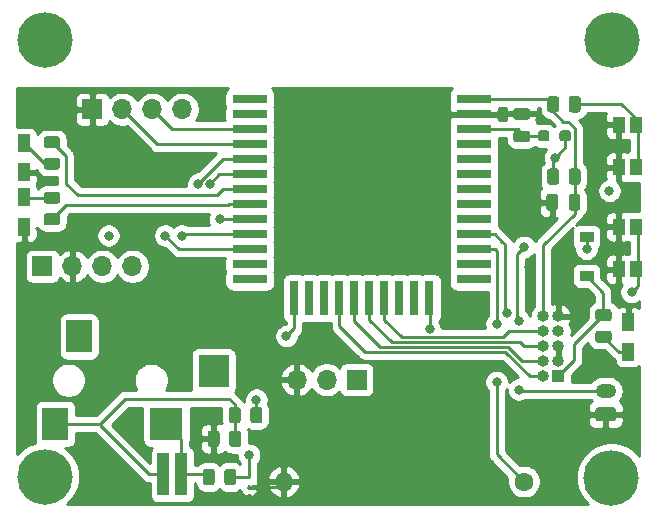
<source format=gbr>
%TF.GenerationSoftware,KiCad,Pcbnew,5.1.10-88a1d61d58~90~ubuntu20.04.1*%
%TF.CreationDate,2021-11-15T19:50:34+00:00*%
%TF.ProjectId,daughter_board,64617567-6874-4657-925f-626f6172642e,rev?*%
%TF.SameCoordinates,Original*%
%TF.FileFunction,Copper,L1,Top*%
%TF.FilePolarity,Positive*%
%FSLAX46Y46*%
G04 Gerber Fmt 4.6, Leading zero omitted, Abs format (unit mm)*
G04 Created by KiCad (PCBNEW 5.1.10-88a1d61d58~90~ubuntu20.04.1) date 2021-11-15 19:50:34*
%MOMM*%
%LPD*%
G01*
G04 APERTURE LIST*
%TA.AperFunction,ComponentPad*%
%ADD10O,1.700000X1.700000*%
%TD*%
%TA.AperFunction,ComponentPad*%
%ADD11R,1.700000X1.700000*%
%TD*%
%TA.AperFunction,SMDPad,CuDef*%
%ADD12R,2.600000X2.800000*%
%TD*%
%TA.AperFunction,SMDPad,CuDef*%
%ADD13R,2.200000X2.800000*%
%TD*%
%TA.AperFunction,SMDPad,CuDef*%
%ADD14R,2.800000X2.800000*%
%TD*%
%TA.AperFunction,ComponentPad*%
%ADD15O,1.750000X1.200000*%
%TD*%
%TA.AperFunction,SMDPad,CuDef*%
%ADD16R,0.990000X3.610000*%
%TD*%
%TA.AperFunction,SMDPad,CuDef*%
%ADD17R,0.250000X0.360000*%
%TD*%
%TA.AperFunction,ComponentPad*%
%ADD18O,1.600000X1.600000*%
%TD*%
%TA.AperFunction,ComponentPad*%
%ADD19C,1.600000*%
%TD*%
%TA.AperFunction,ComponentPad*%
%ADD20C,4.700000*%
%TD*%
%TA.AperFunction,SMDPad,CuDef*%
%ADD21R,1.050000X1.400000*%
%TD*%
%TA.AperFunction,SMDPad,CuDef*%
%ADD22R,1.000000X1.500000*%
%TD*%
%TA.AperFunction,SMDPad,CuDef*%
%ADD23R,1.219200X0.914400*%
%TD*%
%TA.AperFunction,ComponentPad*%
%ADD24O,1.000000X1.000000*%
%TD*%
%TA.AperFunction,ComponentPad*%
%ADD25R,1.000000X1.000000*%
%TD*%
%TA.AperFunction,SMDPad,CuDef*%
%ADD26R,3.000000X0.800000*%
%TD*%
%TA.AperFunction,SMDPad,CuDef*%
%ADD27R,0.800000X3.000000*%
%TD*%
%TA.AperFunction,ViaPad*%
%ADD28C,0.800000*%
%TD*%
%TA.AperFunction,Conductor*%
%ADD29C,0.250000*%
%TD*%
%TA.AperFunction,Conductor*%
%ADD30C,0.254000*%
%TD*%
%TA.AperFunction,Conductor*%
%ADD31C,0.150000*%
%TD*%
G04 APERTURE END LIST*
D10*
%TO.P,AHT10,4*%
%TO.N,/SDA*%
X113420000Y-113200000D03*
%TO.P,AHT10,3*%
%TO.N,/SCL*%
X110880000Y-113200000D03*
%TO.P,AHT10,2*%
%TO.N,GND*%
X108340000Y-113200000D03*
D11*
%TO.P,AHT10,1*%
%TO.N,VDD*%
X105800000Y-113200000D03*
%TD*%
D12*
%TO.P,J2,4*%
%TO.N,N/C*%
X120300000Y-122090000D03*
D13*
%TO.P,J2,3*%
X108900000Y-119140000D03*
%TO.P,J2,1*%
%TO.N,Net-(J2-Pad1)*%
X106900000Y-126540000D03*
D14*
%TO.P,J2,2*%
%TO.N,Net-(J2-Pad2)*%
X116300000Y-126540000D03*
%TD*%
D15*
%TO.P,J5,2*%
%TO.N,/VBAT*%
X153490000Y-123730000D03*
%TO.P,J5,1*%
%TO.N,GND*%
%TA.AperFunction,ComponentPad*%
G36*
G01*
X154115001Y-126330000D02*
X152864999Y-126330000D01*
G75*
G02*
X152615000Y-126080001I0J249999D01*
G01*
X152615000Y-125379999D01*
G75*
G02*
X152864999Y-125130000I249999J0D01*
G01*
X154115001Y-125130000D01*
G75*
G02*
X154365000Y-125379999I0J-249999D01*
G01*
X154365000Y-126080001D01*
G75*
G02*
X154115001Y-126330000I-249999J0D01*
G01*
G37*
%TD.AperFunction*%
%TD*%
D16*
%TO.P,R12,1*%
%TO.N,Net-(J2-Pad2)*%
X117565000Y-130820000D03*
%TO.P,R12,2*%
%TO.N,Net-(J2-Pad1)*%
X116035000Y-130820000D03*
%TD*%
%TO.P,R8,2*%
%TO.N,Net-(J2-Pad2)*%
%TA.AperFunction,SMDPad,CuDef*%
G36*
G01*
X120400000Y-130589999D02*
X120400000Y-131490001D01*
G75*
G02*
X120150001Y-131740000I-249999J0D01*
G01*
X119624999Y-131740000D01*
G75*
G02*
X119375000Y-131490001I0J249999D01*
G01*
X119375000Y-130589999D01*
G75*
G02*
X119624999Y-130340000I249999J0D01*
G01*
X120150001Y-130340000D01*
G75*
G02*
X120400000Y-130589999I0J-249999D01*
G01*
G37*
%TD.AperFunction*%
%TO.P,R8,1*%
%TO.N,/DIO_24*%
%TA.AperFunction,SMDPad,CuDef*%
G36*
G01*
X122225000Y-130589999D02*
X122225000Y-131490001D01*
G75*
G02*
X121975001Y-131740000I-249999J0D01*
G01*
X121449999Y-131740000D01*
G75*
G02*
X121200000Y-131490001I0J249999D01*
G01*
X121200000Y-130589999D01*
G75*
G02*
X121449999Y-130340000I249999J0D01*
G01*
X121975001Y-130340000D01*
G75*
G02*
X122225000Y-130589999I0J-249999D01*
G01*
G37*
%TD.AperFunction*%
%TD*%
D17*
%TO.P,D6,2*%
%TO.N,GND*%
X123300000Y-131890000D03*
%TO.P,D6,1*%
%TO.N,/DIO_24*%
X123300000Y-131050000D03*
%TD*%
D18*
%TO.P,SW3,2*%
%TO.N,GND*%
X126240000Y-131420000D03*
D19*
%TO.P,SW3,1*%
%TO.N,/DIO_23*%
X146560000Y-131420000D03*
%TD*%
D20*
%TO.P,H4,1*%
%TO.N,N/C*%
X153970000Y-131090000D03*
%TD*%
%TO.P,H3,1*%
%TO.N,N/C*%
X106000000Y-131000000D03*
%TD*%
%TO.P,H2,1*%
%TO.N,N/C*%
X153980000Y-94050000D03*
%TD*%
%TO.P,H1,1*%
%TO.N,N/C*%
X106000000Y-94070000D03*
%TD*%
%TO.P,R11,2*%
%TO.N,GND*%
%TA.AperFunction,SMDPad,CuDef*%
G36*
G01*
X120800000Y-127349999D02*
X120800000Y-128250001D01*
G75*
G02*
X120550001Y-128500000I-249999J0D01*
G01*
X120024999Y-128500000D01*
G75*
G02*
X119775000Y-128250001I0J249999D01*
G01*
X119775000Y-127349999D01*
G75*
G02*
X120024999Y-127100000I249999J0D01*
G01*
X120550001Y-127100000D01*
G75*
G02*
X120800000Y-127349999I0J-249999D01*
G01*
G37*
%TD.AperFunction*%
%TO.P,R11,1*%
%TO.N,Net-(J2-Pad1)*%
%TA.AperFunction,SMDPad,CuDef*%
G36*
G01*
X122625000Y-127349999D02*
X122625000Y-128250001D01*
G75*
G02*
X122375001Y-128500000I-249999J0D01*
G01*
X121849999Y-128500000D01*
G75*
G02*
X121600000Y-128250001I0J249999D01*
G01*
X121600000Y-127349999D01*
G75*
G02*
X121849999Y-127100000I249999J0D01*
G01*
X122375001Y-127100000D01*
G75*
G02*
X122625000Y-127349999I0J-249999D01*
G01*
G37*
%TD.AperFunction*%
%TD*%
%TO.P,R10,2*%
%TO.N,Net-(J2-Pad1)*%
%TA.AperFunction,SMDPad,CuDef*%
G36*
G01*
X122600000Y-125349999D02*
X122600000Y-126250001D01*
G75*
G02*
X122350001Y-126500000I-249999J0D01*
G01*
X121824999Y-126500000D01*
G75*
G02*
X121575000Y-126250001I0J249999D01*
G01*
X121575000Y-125349999D01*
G75*
G02*
X121824999Y-125100000I249999J0D01*
G01*
X122350001Y-125100000D01*
G75*
G02*
X122600000Y-125349999I0J-249999D01*
G01*
G37*
%TD.AperFunction*%
%TO.P,R10,1*%
%TO.N,VDD*%
%TA.AperFunction,SMDPad,CuDef*%
G36*
G01*
X124425000Y-125349999D02*
X124425000Y-126250001D01*
G75*
G02*
X124175001Y-126500000I-249999J0D01*
G01*
X123649999Y-126500000D01*
G75*
G02*
X123400000Y-126250001I0J249999D01*
G01*
X123400000Y-125349999D01*
G75*
G02*
X123649999Y-125100000I249999J0D01*
G01*
X124175001Y-125100000D01*
G75*
G02*
X124425000Y-125349999I0J-249999D01*
G01*
G37*
%TD.AperFunction*%
%TD*%
D10*
%TO.P,J4,3*%
%TO.N,GND*%
X127320000Y-122800000D03*
%TO.P,J4,2*%
%TO.N,/DIO_23*%
X129860000Y-122800000D03*
D11*
%TO.P,J4,1*%
%TO.N,VDD*%
X132400000Y-122800000D03*
%TD*%
D21*
%TO.P,SW2,1*%
%TO.N,GND*%
X154600000Y-104800000D03*
%TO.P,SW2,1'*%
X154600000Y-101200000D03*
%TO.P,SW2,2*%
%TO.N,Net-(R4-Pad1)*%
X156050000Y-104800000D03*
%TO.P,SW2,2'*%
X156050000Y-101200000D03*
%TD*%
%TO.P,SW1,1*%
%TO.N,GND*%
X154600000Y-113450000D03*
%TO.P,SW1,1'*%
X154600000Y-109850000D03*
%TO.P,SW1,2*%
%TO.N,Net-(R2-Pad1)*%
X156050000Y-113450000D03*
%TO.P,SW1,2'*%
X156050000Y-109850000D03*
%TD*%
D22*
%TO.P,D3,1*%
%TO.N,GND*%
X155400000Y-117940000D03*
%TO.P,D3,2*%
%TO.N,Net-(D3-Pad2)*%
X155400000Y-120440000D03*
%TD*%
%TO.P,D2,1*%
%TO.N,GND*%
X104250000Y-105250000D03*
%TO.P,D2,2*%
%TO.N,Net-(D2-Pad2)*%
X104250000Y-102750000D03*
%TD*%
%TO.P,D1,1*%
%TO.N,GND*%
X104250000Y-109850000D03*
%TO.P,D1,2*%
%TO.N,Net-(D1-Pad2)*%
X104250000Y-107350000D03*
%TD*%
%TO.P,R1,2*%
%TO.N,VDD*%
%TA.AperFunction,SMDPad,CuDef*%
G36*
G01*
X149550000Y-105149998D02*
X149550000Y-106050002D01*
G75*
G02*
X149300002Y-106300000I-249998J0D01*
G01*
X148774998Y-106300000D01*
G75*
G02*
X148525000Y-106050002I0J249998D01*
G01*
X148525000Y-105149998D01*
G75*
G02*
X148774998Y-104900000I249998J0D01*
G01*
X149300002Y-104900000D01*
G75*
G02*
X149550000Y-105149998I0J-249998D01*
G01*
G37*
%TD.AperFunction*%
%TO.P,R1,1*%
%TO.N,/XDS_RESET*%
%TA.AperFunction,SMDPad,CuDef*%
G36*
G01*
X151375000Y-105149998D02*
X151375000Y-106050002D01*
G75*
G02*
X151125002Y-106300000I-249998J0D01*
G01*
X150599998Y-106300000D01*
G75*
G02*
X150350000Y-106050002I0J249998D01*
G01*
X150350000Y-105149998D01*
G75*
G02*
X150599998Y-104900000I249998J0D01*
G01*
X151125002Y-104900000D01*
G75*
G02*
X151375000Y-105149998I0J-249998D01*
G01*
G37*
%TD.AperFunction*%
%TD*%
%TO.P,C3,2*%
%TO.N,GND*%
%TA.AperFunction,SMDPad,CuDef*%
G36*
G01*
X149450000Y-107300000D02*
X149450000Y-108250000D01*
G75*
G02*
X149200000Y-108500000I-250000J0D01*
G01*
X148700000Y-108500000D01*
G75*
G02*
X148450000Y-108250000I0J250000D01*
G01*
X148450000Y-107300000D01*
G75*
G02*
X148700000Y-107050000I250000J0D01*
G01*
X149200000Y-107050000D01*
G75*
G02*
X149450000Y-107300000I0J-250000D01*
G01*
G37*
%TD.AperFunction*%
%TO.P,C3,1*%
%TO.N,/XDS_RESET*%
%TA.AperFunction,SMDPad,CuDef*%
G36*
G01*
X151350000Y-107300000D02*
X151350000Y-108250000D01*
G75*
G02*
X151100000Y-108500000I-250000J0D01*
G01*
X150600000Y-108500000D01*
G75*
G02*
X150350000Y-108250000I0J250000D01*
G01*
X150350000Y-107300000D01*
G75*
G02*
X150600000Y-107050000I250000J0D01*
G01*
X151100000Y-107050000D01*
G75*
G02*
X151350000Y-107300000I0J-250000D01*
G01*
G37*
%TD.AperFunction*%
%TD*%
%TO.P,FB1,2*%
%TO.N,Net-(C2-Pad1)*%
%TA.AperFunction,SMDPad,CuDef*%
G36*
G01*
X148725000Y-101912500D02*
X148725000Y-102387500D01*
G75*
G02*
X148487500Y-102625000I-237500J0D01*
G01*
X147987500Y-102625000D01*
G75*
G02*
X147750000Y-102387500I0J237500D01*
G01*
X147750000Y-101912500D01*
G75*
G02*
X147987500Y-101675000I237500J0D01*
G01*
X148487500Y-101675000D01*
G75*
G02*
X148725000Y-101912500I0J-237500D01*
G01*
G37*
%TD.AperFunction*%
%TO.P,FB1,1*%
%TO.N,VDD*%
%TA.AperFunction,SMDPad,CuDef*%
G36*
G01*
X150550000Y-101912500D02*
X150550000Y-102387500D01*
G75*
G02*
X150312500Y-102625000I-237500J0D01*
G01*
X149812500Y-102625000D01*
G75*
G02*
X149575000Y-102387500I0J237500D01*
G01*
X149575000Y-101912500D01*
G75*
G02*
X149812500Y-101675000I237500J0D01*
G01*
X150312500Y-101675000D01*
G75*
G02*
X150550000Y-101912500I0J-237500D01*
G01*
G37*
%TD.AperFunction*%
%TD*%
D23*
%TO.P,D4,1*%
%TO.N,VCC*%
X151870000Y-113998300D03*
%TO.P,D4,2*%
%TO.N,VDD*%
X151870000Y-110721700D03*
%TD*%
D24*
%TO.P,J3,10*%
%TO.N,/XDS_RESET*%
X148210000Y-117420000D03*
%TO.P,J3,9*%
%TO.N,GND*%
X149480000Y-117420000D03*
%TO.P,J3,8*%
%TO.N,/XDS_TDI*%
X148210000Y-118690000D03*
%TO.P,J3,7*%
%TO.N,N/C*%
X149480000Y-118690000D03*
%TO.P,J3,6*%
%TO.N,/XDS_TDO*%
X148210000Y-119960000D03*
%TO.P,J3,5*%
%TO.N,GND*%
X149480000Y-119960000D03*
%TO.P,J3,4*%
%TO.N,/XDS_TCK*%
X148210000Y-121230000D03*
%TO.P,J3,3*%
%TO.N,GND*%
X149480000Y-121230000D03*
%TO.P,J3,2*%
%TO.N,/XDS-TMS*%
X148210000Y-122500000D03*
D25*
%TO.P,J3,1*%
%TO.N,VCC*%
X149480000Y-122500000D03*
%TD*%
%TO.P,R7,2*%
%TO.N,VCC*%
%TA.AperFunction,SMDPad,CuDef*%
G36*
G01*
X153750002Y-117850000D02*
X152849998Y-117850000D01*
G75*
G02*
X152600000Y-117600002I0J249998D01*
G01*
X152600000Y-117074998D01*
G75*
G02*
X152849998Y-116825000I249998J0D01*
G01*
X153750002Y-116825000D01*
G75*
G02*
X154000000Y-117074998I0J-249998D01*
G01*
X154000000Y-117600002D01*
G75*
G02*
X153750002Y-117850000I-249998J0D01*
G01*
G37*
%TD.AperFunction*%
%TO.P,R7,1*%
%TO.N,Net-(D3-Pad2)*%
%TA.AperFunction,SMDPad,CuDef*%
G36*
G01*
X153750002Y-119675000D02*
X152849998Y-119675000D01*
G75*
G02*
X152600000Y-119425002I0J249998D01*
G01*
X152600000Y-118899998D01*
G75*
G02*
X152849998Y-118650000I249998J0D01*
G01*
X153750002Y-118650000D01*
G75*
G02*
X154000000Y-118899998I0J-249998D01*
G01*
X154000000Y-119425002D01*
G75*
G02*
X153750002Y-119675000I-249998J0D01*
G01*
G37*
%TD.AperFunction*%
%TD*%
%TO.P,R6,2*%
%TO.N,/BLED*%
%TA.AperFunction,SMDPad,CuDef*%
G36*
G01*
X107050002Y-103200000D02*
X106149998Y-103200000D01*
G75*
G02*
X105900000Y-102950002I0J249998D01*
G01*
X105900000Y-102424998D01*
G75*
G02*
X106149998Y-102175000I249998J0D01*
G01*
X107050002Y-102175000D01*
G75*
G02*
X107300000Y-102424998I0J-249998D01*
G01*
X107300000Y-102950002D01*
G75*
G02*
X107050002Y-103200000I-249998J0D01*
G01*
G37*
%TD.AperFunction*%
%TO.P,R6,1*%
%TO.N,Net-(D2-Pad2)*%
%TA.AperFunction,SMDPad,CuDef*%
G36*
G01*
X107050002Y-105025000D02*
X106149998Y-105025000D01*
G75*
G02*
X105900000Y-104775002I0J249998D01*
G01*
X105900000Y-104249998D01*
G75*
G02*
X106149998Y-104000000I249998J0D01*
G01*
X107050002Y-104000000D01*
G75*
G02*
X107300000Y-104249998I0J-249998D01*
G01*
X107300000Y-104775002D01*
G75*
G02*
X107050002Y-105025000I-249998J0D01*
G01*
G37*
%TD.AperFunction*%
%TD*%
%TO.P,R5,2*%
%TO.N,/GLED*%
%TA.AperFunction,SMDPad,CuDef*%
G36*
G01*
X106149998Y-108712500D02*
X107050002Y-108712500D01*
G75*
G02*
X107300000Y-108962498I0J-249998D01*
G01*
X107300000Y-109487502D01*
G75*
G02*
X107050002Y-109737500I-249998J0D01*
G01*
X106149998Y-109737500D01*
G75*
G02*
X105900000Y-109487502I0J249998D01*
G01*
X105900000Y-108962498D01*
G75*
G02*
X106149998Y-108712500I249998J0D01*
G01*
G37*
%TD.AperFunction*%
%TO.P,R5,1*%
%TO.N,Net-(D1-Pad2)*%
%TA.AperFunction,SMDPad,CuDef*%
G36*
G01*
X106149998Y-106887500D02*
X107050002Y-106887500D01*
G75*
G02*
X107300000Y-107137498I0J-249998D01*
G01*
X107300000Y-107662502D01*
G75*
G02*
X107050002Y-107912500I-249998J0D01*
G01*
X106149998Y-107912500D01*
G75*
G02*
X105900000Y-107662502I0J249998D01*
G01*
X105900000Y-107137498D01*
G75*
G02*
X106149998Y-106887500I249998J0D01*
G01*
G37*
%TD.AperFunction*%
%TD*%
%TO.P,R4,2*%
%TO.N,/XDS_RESET*%
%TA.AperFunction,SMDPad,CuDef*%
G36*
G01*
X149550000Y-99024998D02*
X149550000Y-99925002D01*
G75*
G02*
X149300002Y-100175000I-249998J0D01*
G01*
X148774998Y-100175000D01*
G75*
G02*
X148525000Y-99925002I0J249998D01*
G01*
X148525000Y-99024998D01*
G75*
G02*
X148774998Y-98775000I249998J0D01*
G01*
X149300002Y-98775000D01*
G75*
G02*
X149550000Y-99024998I0J-249998D01*
G01*
G37*
%TD.AperFunction*%
%TO.P,R4,1*%
%TO.N,Net-(R4-Pad1)*%
%TA.AperFunction,SMDPad,CuDef*%
G36*
G01*
X151375000Y-99024998D02*
X151375000Y-99925002D01*
G75*
G02*
X151125002Y-100175000I-249998J0D01*
G01*
X150599998Y-100175000D01*
G75*
G02*
X150350000Y-99925002I0J249998D01*
G01*
X150350000Y-99024998D01*
G75*
G02*
X150599998Y-98775000I249998J0D01*
G01*
X151125002Y-98775000D01*
G75*
G02*
X151375000Y-99024998I0J-249998D01*
G01*
G37*
%TD.AperFunction*%
%TD*%
D10*
%TO.P,J1,4*%
%TO.N,VDD*%
X117645000Y-99900000D03*
%TO.P,J1,3*%
%TO.N,/UART_RXD*%
X115105000Y-99900000D03*
%TO.P,J1,2*%
%TO.N,/UART_TXD*%
X112565000Y-99900000D03*
D11*
%TO.P,J1,1*%
%TO.N,GND*%
X110025000Y-99900000D03*
%TD*%
%TO.P,C2,2*%
%TO.N,GND*%
%TA.AperFunction,SMDPad,CuDef*%
G36*
G01*
X146850000Y-100800000D02*
X145900000Y-100800000D01*
G75*
G02*
X145650000Y-100550000I0J250000D01*
G01*
X145650000Y-100050000D01*
G75*
G02*
X145900000Y-99800000I250000J0D01*
G01*
X146850000Y-99800000D01*
G75*
G02*
X147100000Y-100050000I0J-250000D01*
G01*
X147100000Y-100550000D01*
G75*
G02*
X146850000Y-100800000I-250000J0D01*
G01*
G37*
%TD.AperFunction*%
%TO.P,C2,1*%
%TO.N,Net-(C2-Pad1)*%
%TA.AperFunction,SMDPad,CuDef*%
G36*
G01*
X146850000Y-102700000D02*
X145900000Y-102700000D01*
G75*
G02*
X145650000Y-102450000I0J250000D01*
G01*
X145650000Y-101950000D01*
G75*
G02*
X145900000Y-101700000I250000J0D01*
G01*
X146850000Y-101700000D01*
G75*
G02*
X147100000Y-101950000I0J-250000D01*
G01*
X147100000Y-102450000D01*
G75*
G02*
X146850000Y-102700000I-250000J0D01*
G01*
G37*
%TD.AperFunction*%
%TD*%
D26*
%TO.P,U3,36*%
%TO.N,/XDS_RESET*%
X142340000Y-99060000D03*
%TO.P,U3,35*%
%TO.N,GND*%
X142340000Y-100330000D03*
%TO.P,U3,34*%
%TO.N,Net-(C2-Pad1)*%
X142340000Y-101600000D03*
%TO.P,U3,33*%
%TO.N,N/C*%
X142340000Y-102870000D03*
%TO.P,U3,32*%
X142340000Y-104140000D03*
%TO.P,U3,31*%
X142340000Y-105410000D03*
%TO.P,U3,30*%
X142340000Y-106680000D03*
%TO.P,U3,29*%
X142340000Y-107950000D03*
%TO.P,U3,28*%
X142340000Y-109220000D03*
%TO.P,U3,27*%
%TO.N,/DIO_24*%
X142340000Y-110490000D03*
%TO.P,U3,13*%
%TO.N,N/C*%
X123350000Y-114300000D03*
D27*
%TO.P,U3,14*%
%TO.N,Net-(R2-Pad2)*%
X127140000Y-115900000D03*
D26*
%TO.P,U3,12*%
%TO.N,N/C*%
X123350000Y-113030000D03*
D27*
%TO.P,U3,15*%
X128410000Y-115900000D03*
D26*
%TO.P,U3,11*%
%TO.N,/SPI_SCLK*%
X123350000Y-111760000D03*
D27*
%TO.P,U3,16*%
%TO.N,N/C*%
X129680000Y-115900000D03*
D26*
%TO.P,U3,10*%
%TO.N,/SPI_MOSI*%
X123350000Y-110490000D03*
D27*
%TO.P,U3,17*%
%TO.N,/XDS-TMS*%
X130950000Y-115900000D03*
D26*
%TO.P,U3,9*%
%TO.N,/SPI_MISO*%
X123350000Y-109220000D03*
D27*
%TO.P,U3,23*%
%TO.N,/FLASH_CS*%
X138570000Y-115900000D03*
D26*
%TO.P,U3,8*%
%TO.N,/GLED*%
X123350000Y-107950000D03*
D27*
%TO.P,U3,18*%
%TO.N,/XDS_TCK*%
X132220000Y-115900000D03*
D26*
%TO.P,U3,7*%
%TO.N,/BLED*%
X123350000Y-106680000D03*
D27*
%TO.P,U3,19*%
%TO.N,/XDS_TDO*%
X133490000Y-115900000D03*
D26*
%TO.P,U3,6*%
%TO.N,/SDA*%
X123350000Y-105410000D03*
D27*
%TO.P,U3,20*%
%TO.N,/XDS_TDI*%
X134760000Y-115900000D03*
D26*
%TO.P,U3,5*%
%TO.N,/SCL*%
X123350000Y-104140000D03*
D27*
%TO.P,U3,21*%
%TO.N,N/C*%
X136030000Y-115900000D03*
D26*
%TO.P,U3,4*%
%TO.N,/UART_TXD*%
X123350000Y-102870000D03*
D27*
%TO.P,U3,22*%
%TO.N,N/C*%
X137300000Y-115900000D03*
D26*
%TO.P,U3,3*%
%TO.N,/UART_RXD*%
X123350000Y-101600000D03*
%TO.P,U3,24*%
%TO.N,N/C*%
X142350000Y-114300000D03*
%TO.P,U3,2*%
X123350000Y-100330000D03*
%TO.P,U3,25*%
X142350000Y-113030000D03*
%TO.P,U3,1*%
X123350000Y-99060000D03*
%TO.P,U3,26*%
%TO.N,/DIO_23*%
X142350000Y-111760000D03*
%TD*%
D28*
%TO.N,GND*%
X142200000Y-129600000D03*
X115000000Y-118400000D03*
X124400000Y-121800000D03*
X106200000Y-106000000D03*
X112000000Y-102000000D03*
X110600000Y-123800000D03*
X114000000Y-106000000D03*
X117570000Y-119670000D03*
X120200000Y-125800000D03*
X125800000Y-127400000D03*
X133240000Y-131590000D03*
X139620000Y-131280000D03*
X149790000Y-131250000D03*
X146800000Y-126940000D03*
X140030000Y-126370000D03*
X141710000Y-122870000D03*
X135600000Y-122730000D03*
X154720000Y-116270000D03*
X152200000Y-120600000D03*
X147000000Y-113290000D03*
X149320000Y-113290000D03*
X119000000Y-104200000D03*
X117800000Y-114800000D03*
X107600000Y-110600000D03*
X152450000Y-100575000D03*
X127400000Y-100650000D03*
X106000000Y-100400000D03*
X135600000Y-101350000D03*
X129175000Y-111075000D03*
X136450000Y-111075000D03*
X144900000Y-103275000D03*
X152425000Y-103125000D03*
X132250000Y-105400000D03*
X139250000Y-104800000D03*
X139000000Y-108600000D03*
X128800000Y-107700000D03*
X126300000Y-103200000D03*
X120300000Y-99700000D03*
X147900000Y-100800000D03*
X139800000Y-100300000D03*
X135200000Y-126400000D03*
X129400000Y-126400000D03*
X111400000Y-131000000D03*
X113200000Y-127200000D03*
%TO.N,Net-(R2-Pad2)*%
X126450000Y-119100000D03*
%TO.N,/SPI_SCLK*%
X116200000Y-110600000D03*
%TO.N,/SPI_MOSI*%
X117600000Y-110600000D03*
%TO.N,/SPI_MISO*%
X120820000Y-109220000D03*
%TO.N,/FLASH_CS*%
X138575000Y-118525000D03*
%TO.N,/SDA*%
X120000000Y-106200000D03*
%TO.N,/SCL*%
X119000000Y-106200000D03*
%TO.N,VDD*%
X111400000Y-110600000D03*
X123912500Y-124487500D03*
X149200000Y-104000000D03*
X153800000Y-106800000D03*
X151870000Y-111730000D03*
%TO.N,Net-(R2-Pad1)*%
X155675000Y-115375000D03*
%TO.N,/DIO_23*%
X144260000Y-118070000D03*
X144260000Y-122990000D03*
%TO.N,/DIO_24*%
X145130000Y-117190000D03*
X123300000Y-129170000D03*
%TO.N,/VBAT*%
X146130000Y-123640000D03*
X146130000Y-117820000D03*
X146590000Y-111550000D03*
%TD*%
D29*
%TO.N,/XDS_RESET*%
X148622500Y-99060000D02*
X149037500Y-99475000D01*
X142340000Y-99060000D02*
X148622500Y-99060000D01*
X149037500Y-99475000D02*
X149037500Y-100087500D01*
X149037500Y-100087500D02*
X149900000Y-100950000D01*
X149900000Y-100950000D02*
X150300000Y-100950000D01*
X150300000Y-100950000D02*
X150875000Y-101525000D01*
X150862500Y-107762500D02*
X150850000Y-107775000D01*
X150862500Y-105600000D02*
X150862500Y-107762500D01*
X150862500Y-102187500D02*
X150862500Y-105600000D01*
X150875000Y-102175000D02*
X150862500Y-102187500D01*
X150875000Y-101525000D02*
X150875000Y-102175000D01*
X148210000Y-117420000D02*
X148210000Y-111390000D01*
X150850000Y-108750000D02*
X150850000Y-107775000D01*
X148210000Y-111390000D02*
X150850000Y-108750000D01*
%TO.N,GND*%
X144950000Y-103225000D02*
X144900000Y-103275000D01*
X144950000Y-103025000D02*
X144950000Y-103225000D01*
X152375000Y-103175000D02*
X152425000Y-103125000D01*
X152350000Y-103175000D02*
X152375000Y-103175000D01*
X142340000Y-100330000D02*
X146345000Y-100330000D01*
X125770000Y-131890000D02*
X126240000Y-131420000D01*
X123300000Y-131890000D02*
X125770000Y-131890000D01*
%TO.N,Net-(C2-Pad1)*%
X146025000Y-101600000D02*
X146575000Y-102150000D01*
X142340000Y-101600000D02*
X146025000Y-101600000D01*
X146575000Y-102150000D02*
X148237500Y-102150000D01*
%TO.N,Net-(R2-Pad2)*%
X127140000Y-118410000D02*
X126450000Y-119100000D01*
X127140000Y-115900000D02*
X127140000Y-118410000D01*
%TO.N,/SPI_SCLK*%
X123350000Y-111760000D02*
X117360000Y-111760000D01*
X117360000Y-111760000D02*
X116200000Y-110600000D01*
%TO.N,/SPI_MOSI*%
X123350000Y-110490000D02*
X117710000Y-110490000D01*
X117710000Y-110490000D02*
X117600000Y-110600000D01*
%TO.N,/XDS-TMS*%
X147060160Y-122500000D02*
X148210000Y-122500000D01*
X145005191Y-120445031D02*
X147060160Y-122500000D01*
X133145031Y-120445031D02*
X145005191Y-120445031D01*
X130950000Y-118250000D02*
X133145031Y-120445031D01*
X130950000Y-115900000D02*
X130950000Y-118250000D01*
%TO.N,/SPI_MISO*%
X123350000Y-109220000D02*
X120820000Y-109220000D01*
%TO.N,/FLASH_CS*%
X138575000Y-115905000D02*
X138570000Y-115900000D01*
X138575000Y-118525000D02*
X138575000Y-115905000D01*
%TO.N,/GLED*%
X121600000Y-107950000D02*
X121550000Y-108000000D01*
X123350000Y-107950000D02*
X121600000Y-107950000D01*
X107825000Y-108000000D02*
X106600000Y-109225000D01*
X121550000Y-108000000D02*
X107825000Y-108000000D01*
%TO.N,/XDS_TCK*%
X132220000Y-115900000D02*
X132220000Y-117845000D01*
X132220000Y-117845000D02*
X134410021Y-120035021D01*
X134410021Y-120035021D02*
X145175021Y-120035021D01*
X146370000Y-121230000D02*
X148210000Y-121230000D01*
X145175021Y-120035021D02*
X146370000Y-121230000D01*
%TO.N,/XDS_TDI*%
X134760000Y-117735000D02*
X134760000Y-115900000D01*
X136240001Y-119215001D02*
X144764999Y-119215001D01*
X134760000Y-117735000D02*
X136240001Y-119215001D01*
X145290000Y-118690000D02*
X148210000Y-118690000D01*
X144764999Y-119215001D02*
X145290000Y-118690000D01*
%TO.N,/SDA*%
X123350000Y-105410000D02*
X120790000Y-105410000D01*
X120790000Y-105410000D02*
X120000000Y-106200000D01*
%TO.N,/SCL*%
X123350000Y-104140000D02*
X121060000Y-104140000D01*
X121060000Y-104140000D02*
X119000000Y-106200000D01*
%TO.N,/UART_TXD*%
X115535000Y-102870000D02*
X112565000Y-99900000D01*
X123350000Y-102870000D02*
X115535000Y-102870000D01*
%TO.N,/UART_RXD*%
X116805000Y-101600000D02*
X115105000Y-99900000D01*
X123350000Y-101600000D02*
X116805000Y-101600000D01*
%TO.N,VDD*%
X123912500Y-125800000D02*
X123912500Y-124487500D01*
X149037500Y-105600000D02*
X149037500Y-104162500D01*
X150062500Y-103137500D02*
X150062500Y-102150000D01*
X149037500Y-104162500D02*
X149500000Y-103700000D01*
X149500000Y-103700000D02*
X149200000Y-104000000D01*
X149500000Y-103700000D02*
X150062500Y-103137500D01*
X151870000Y-110721700D02*
X151870000Y-111730000D01*
%TO.N,Net-(R2-Pad1)*%
X155675000Y-115375000D02*
X156200000Y-114850000D01*
X156200000Y-114850000D02*
X156200000Y-113325000D01*
X156200000Y-113325000D02*
X156200000Y-109725000D01*
%TO.N,Net-(R4-Pad1)*%
X156200000Y-100850000D02*
X156200000Y-101200000D01*
X154825000Y-99475000D02*
X156200000Y-100850000D01*
X150862500Y-99475000D02*
X154825000Y-99475000D01*
X156200000Y-104800000D02*
X156200000Y-101200000D01*
%TO.N,Net-(D1-Pad2)*%
X104300000Y-107400000D02*
X104250000Y-107350000D01*
X106600000Y-107400000D02*
X104300000Y-107400000D01*
%TO.N,Net-(D2-Pad2)*%
X106012500Y-104512500D02*
X104250000Y-102750000D01*
X106600000Y-104512500D02*
X106012500Y-104512500D01*
%TO.N,Net-(D3-Pad2)*%
X154577500Y-120440000D02*
X153300000Y-119162500D01*
X155400000Y-120440000D02*
X154577500Y-120440000D01*
%TO.N,VCC*%
X149480000Y-122500000D02*
X150840000Y-121140000D01*
X150840000Y-119797500D02*
X153300000Y-117337500D01*
X150840000Y-121140000D02*
X150840000Y-119797500D01*
X153300000Y-115428300D02*
X151870000Y-113998300D01*
X153300000Y-117337500D02*
X153300000Y-115428300D01*
%TO.N,/XDS_TDO*%
X133490000Y-115900000D02*
X133490000Y-117740000D01*
X135375011Y-119625011D02*
X146224989Y-119625011D01*
X133490000Y-117740000D02*
X135375011Y-119625011D01*
X146559978Y-119960000D02*
X148210000Y-119960000D01*
X146224989Y-119625011D02*
X146559978Y-119960000D01*
%TO.N,/DIO_23*%
X144100000Y-111760000D02*
X144260000Y-111920000D01*
X142350000Y-111760000D02*
X144100000Y-111760000D01*
X144260000Y-111920000D02*
X144260000Y-118070000D01*
X146200000Y-131390000D02*
X146610000Y-131390000D01*
X144260000Y-129120000D02*
X146560000Y-131420000D01*
X144260000Y-122990000D02*
X144260000Y-129120000D01*
%TO.N,/DIO_24*%
X144090000Y-110490000D02*
X144720000Y-111120000D01*
X142340000Y-110490000D02*
X144090000Y-110490000D01*
X144945001Y-111345001D02*
X144945001Y-117005001D01*
X144720000Y-111120000D02*
X144945001Y-111345001D01*
X144945001Y-117005001D02*
X145130000Y-117190000D01*
X145130000Y-117190000D02*
X145120000Y-117180000D01*
X123300000Y-129170000D02*
X123300000Y-131050000D01*
X121722500Y-131050000D02*
X121712500Y-131040000D01*
X123300000Y-131050000D02*
X121722500Y-131050000D01*
%TO.N,Net-(J2-Pad1)*%
X110660000Y-126540000D02*
X106900000Y-126540000D01*
X110660000Y-126540000D02*
X110660000Y-126660000D01*
X114820000Y-130820000D02*
X116035000Y-130820000D01*
X110660000Y-126660000D02*
X114820000Y-130820000D01*
X122085001Y-127772501D02*
X122112500Y-127800000D01*
X122085001Y-124885001D02*
X122085001Y-127772501D01*
X121600000Y-124400000D02*
X122085001Y-124885001D01*
X112800000Y-124400000D02*
X121600000Y-124400000D01*
X110660000Y-126540000D02*
X112800000Y-124400000D01*
%TO.N,Net-(J2-Pad2)*%
X115960000Y-125640000D02*
X115960000Y-126640000D01*
X116035000Y-126715000D02*
X115960000Y-126640000D01*
X119667500Y-130820000D02*
X119887500Y-131040000D01*
X117565000Y-130820000D02*
X119667500Y-130820000D01*
X117565000Y-127805000D02*
X117565000Y-130820000D01*
X116300000Y-126540000D02*
X117565000Y-127805000D01*
%TO.N,/VBAT*%
X153490000Y-123730000D02*
X146220000Y-123730000D01*
X146220000Y-123730000D02*
X146130000Y-123640000D01*
X145964999Y-117654999D02*
X145964999Y-112175001D01*
X146130000Y-117820000D02*
X145964999Y-117654999D01*
X145964999Y-112175001D02*
X146590000Y-111550000D01*
%TO.N,/BLED*%
X123350000Y-106680000D02*
X121120000Y-106680000D01*
X121120000Y-106680000D02*
X120600000Y-107200000D01*
X120600000Y-107200000D02*
X108800000Y-107200000D01*
X108800000Y-107200000D02*
X107800000Y-106200000D01*
X107800000Y-103887500D02*
X106600000Y-102687500D01*
X107800000Y-106200000D02*
X107800000Y-103887500D01*
%TD*%
D30*
%TO.N,GND*%
X140485506Y-98129463D02*
X140388815Y-98208815D01*
X140309463Y-98305506D01*
X140250498Y-98415820D01*
X140214188Y-98535518D01*
X140201928Y-98660000D01*
X140201928Y-99460000D01*
X140214188Y-99584482D01*
X140247713Y-99695000D01*
X140214188Y-99805518D01*
X140201928Y-99930000D01*
X140205000Y-100044250D01*
X140363750Y-100203000D01*
X142213000Y-100203000D01*
X142213000Y-100183000D01*
X142467000Y-100183000D01*
X142467000Y-100203000D01*
X144316250Y-100203000D01*
X144475000Y-100044250D01*
X144478072Y-99930000D01*
X144467238Y-99820000D01*
X145012215Y-99820000D01*
X145015000Y-100014250D01*
X145173750Y-100173000D01*
X146248000Y-100173000D01*
X146248000Y-100153000D01*
X146502000Y-100153000D01*
X146502000Y-100173000D01*
X147576250Y-100173000D01*
X147735000Y-100014250D01*
X147737785Y-99820000D01*
X147886928Y-99820000D01*
X147886928Y-99925002D01*
X147903992Y-100098256D01*
X147954528Y-100264852D01*
X148036595Y-100418387D01*
X148147038Y-100552962D01*
X148281613Y-100663405D01*
X148435148Y-100745472D01*
X148601744Y-100796008D01*
X148678796Y-100803597D01*
X149182197Y-101306999D01*
X149150000Y-101346232D01*
X149106623Y-101293377D01*
X148973942Y-101184488D01*
X148822567Y-101103577D01*
X148658316Y-101053752D01*
X148487500Y-101036928D01*
X147987500Y-101036928D01*
X147816684Y-101053752D01*
X147658783Y-101101651D01*
X147689502Y-101044180D01*
X147725812Y-100924482D01*
X147738072Y-100800000D01*
X147735000Y-100585750D01*
X147576250Y-100427000D01*
X146502000Y-100427000D01*
X146502000Y-100447000D01*
X146248000Y-100447000D01*
X146248000Y-100427000D01*
X145173750Y-100427000D01*
X145015000Y-100585750D01*
X145011928Y-100800000D01*
X145015868Y-100840000D01*
X144467238Y-100840000D01*
X144478072Y-100730000D01*
X144475000Y-100615750D01*
X144316250Y-100457000D01*
X142467000Y-100457000D01*
X142467000Y-100477000D01*
X142213000Y-100477000D01*
X142213000Y-100457000D01*
X140363750Y-100457000D01*
X140205000Y-100615750D01*
X140201928Y-100730000D01*
X140214188Y-100854482D01*
X140247713Y-100965000D01*
X140214188Y-101075518D01*
X140201928Y-101200000D01*
X140201928Y-102000000D01*
X140214188Y-102124482D01*
X140247713Y-102235000D01*
X140214188Y-102345518D01*
X140201928Y-102470000D01*
X140201928Y-103270000D01*
X140214188Y-103394482D01*
X140247713Y-103505000D01*
X140214188Y-103615518D01*
X140201928Y-103740000D01*
X140201928Y-104540000D01*
X140214188Y-104664482D01*
X140247713Y-104775000D01*
X140214188Y-104885518D01*
X140201928Y-105010000D01*
X140201928Y-105810000D01*
X140214188Y-105934482D01*
X140247713Y-106045000D01*
X140214188Y-106155518D01*
X140201928Y-106280000D01*
X140201928Y-107080000D01*
X140214188Y-107204482D01*
X140247713Y-107315000D01*
X140214188Y-107425518D01*
X140201928Y-107550000D01*
X140201928Y-108350000D01*
X140214188Y-108474482D01*
X140247713Y-108585000D01*
X140214188Y-108695518D01*
X140201928Y-108820000D01*
X140201928Y-109620000D01*
X140214188Y-109744482D01*
X140247713Y-109855000D01*
X140214188Y-109965518D01*
X140201928Y-110090000D01*
X140201928Y-110890000D01*
X140214188Y-111014482D01*
X140250498Y-111134180D01*
X140253324Y-111139468D01*
X140224188Y-111235518D01*
X140211928Y-111360000D01*
X140211928Y-112160000D01*
X140224188Y-112284482D01*
X140257713Y-112395000D01*
X140224188Y-112505518D01*
X140211928Y-112630000D01*
X140211928Y-113430000D01*
X140224188Y-113554482D01*
X140257713Y-113665000D01*
X140224188Y-113775518D01*
X140211928Y-113900000D01*
X140211928Y-114700000D01*
X140224188Y-114824482D01*
X140260498Y-114944180D01*
X140319463Y-115054494D01*
X140398815Y-115151185D01*
X140495506Y-115230537D01*
X140605820Y-115289502D01*
X140725518Y-115325812D01*
X140850000Y-115338072D01*
X143500001Y-115338072D01*
X143500001Y-117366288D01*
X143456063Y-117410226D01*
X143342795Y-117579744D01*
X143264774Y-117768102D01*
X143225000Y-117968061D01*
X143225000Y-118171939D01*
X143264774Y-118371898D01*
X143299197Y-118455001D01*
X139610000Y-118455001D01*
X139610000Y-118423061D01*
X139570226Y-118223102D01*
X139492205Y-118034744D01*
X139387840Y-117878550D01*
X139421185Y-117851185D01*
X139500537Y-117754494D01*
X139559502Y-117644180D01*
X139595812Y-117524482D01*
X139608072Y-117400000D01*
X139608072Y-114400000D01*
X139595812Y-114275518D01*
X139559502Y-114155820D01*
X139500537Y-114045506D01*
X139421185Y-113948815D01*
X139324494Y-113869463D01*
X139214180Y-113810498D01*
X139094482Y-113774188D01*
X138970000Y-113761928D01*
X138170000Y-113761928D01*
X138045518Y-113774188D01*
X137935000Y-113807713D01*
X137824482Y-113774188D01*
X137700000Y-113761928D01*
X136900000Y-113761928D01*
X136775518Y-113774188D01*
X136665000Y-113807713D01*
X136554482Y-113774188D01*
X136430000Y-113761928D01*
X135630000Y-113761928D01*
X135505518Y-113774188D01*
X135395000Y-113807713D01*
X135284482Y-113774188D01*
X135160000Y-113761928D01*
X134360000Y-113761928D01*
X134235518Y-113774188D01*
X134125000Y-113807713D01*
X134014482Y-113774188D01*
X133890000Y-113761928D01*
X133090000Y-113761928D01*
X132965518Y-113774188D01*
X132855000Y-113807713D01*
X132744482Y-113774188D01*
X132620000Y-113761928D01*
X131820000Y-113761928D01*
X131695518Y-113774188D01*
X131585000Y-113807713D01*
X131474482Y-113774188D01*
X131350000Y-113761928D01*
X130550000Y-113761928D01*
X130425518Y-113774188D01*
X130315000Y-113807713D01*
X130204482Y-113774188D01*
X130080000Y-113761928D01*
X129280000Y-113761928D01*
X129155518Y-113774188D01*
X129045000Y-113807713D01*
X128934482Y-113774188D01*
X128810000Y-113761928D01*
X128010000Y-113761928D01*
X127885518Y-113774188D01*
X127775000Y-113807713D01*
X127664482Y-113774188D01*
X127540000Y-113761928D01*
X126740000Y-113761928D01*
X126615518Y-113774188D01*
X126495820Y-113810498D01*
X126385506Y-113869463D01*
X126288815Y-113948815D01*
X126209463Y-114045506D01*
X126150498Y-114155820D01*
X126114188Y-114275518D01*
X126101928Y-114400000D01*
X126101928Y-117400000D01*
X126114188Y-117524482D01*
X126150498Y-117644180D01*
X126209463Y-117754494D01*
X126288815Y-117851185D01*
X126380001Y-117926019D01*
X126380001Y-118065000D01*
X126348061Y-118065000D01*
X126148102Y-118104774D01*
X125959744Y-118182795D01*
X125790226Y-118296063D01*
X125646063Y-118440226D01*
X125532795Y-118609744D01*
X125454774Y-118798102D01*
X125415000Y-118998061D01*
X125415000Y-119201939D01*
X125454774Y-119401898D01*
X125532795Y-119590256D01*
X125646063Y-119759774D01*
X125790226Y-119903937D01*
X125959744Y-120017205D01*
X126148102Y-120095226D01*
X126348061Y-120135000D01*
X126551939Y-120135000D01*
X126751898Y-120095226D01*
X126940256Y-120017205D01*
X127109774Y-119903937D01*
X127253937Y-119759774D01*
X127367205Y-119590256D01*
X127445226Y-119401898D01*
X127485000Y-119201939D01*
X127485000Y-119139802D01*
X127651002Y-118973799D01*
X127680001Y-118950001D01*
X127774974Y-118834276D01*
X127845546Y-118702247D01*
X127889003Y-118558986D01*
X127900000Y-118447333D01*
X127900000Y-118447324D01*
X127903676Y-118410001D01*
X127900000Y-118372678D01*
X127900000Y-118027238D01*
X128010000Y-118038072D01*
X128810000Y-118038072D01*
X128934482Y-118025812D01*
X129045000Y-117992287D01*
X129155518Y-118025812D01*
X129280000Y-118038072D01*
X130080000Y-118038072D01*
X130190001Y-118027238D01*
X130190001Y-118212668D01*
X130186324Y-118250000D01*
X130190001Y-118287333D01*
X130200998Y-118398986D01*
X130205400Y-118413498D01*
X130244454Y-118542246D01*
X130315026Y-118674276D01*
X130386201Y-118761002D01*
X130410000Y-118790001D01*
X130438998Y-118813799D01*
X132581231Y-120956033D01*
X132605030Y-120985032D01*
X132634028Y-121008830D01*
X132720755Y-121080005D01*
X132852784Y-121150577D01*
X132996045Y-121194034D01*
X133145031Y-121208708D01*
X133182364Y-121205031D01*
X144690390Y-121205031D01*
X146090358Y-122605000D01*
X146028061Y-122605000D01*
X145828102Y-122644774D01*
X145639744Y-122722795D01*
X145470226Y-122836063D01*
X145326063Y-122980226D01*
X145295000Y-123026715D01*
X145295000Y-122888061D01*
X145255226Y-122688102D01*
X145177205Y-122499744D01*
X145063937Y-122330226D01*
X144919774Y-122186063D01*
X144750256Y-122072795D01*
X144561898Y-121994774D01*
X144361939Y-121955000D01*
X144158061Y-121955000D01*
X143958102Y-121994774D01*
X143769744Y-122072795D01*
X143600226Y-122186063D01*
X143456063Y-122330226D01*
X143342795Y-122499744D01*
X143264774Y-122688102D01*
X143225000Y-122888061D01*
X143225000Y-123091939D01*
X143264774Y-123291898D01*
X143342795Y-123480256D01*
X143456063Y-123649774D01*
X143500000Y-123693711D01*
X143500001Y-129082668D01*
X143496324Y-129120000D01*
X143510998Y-129268985D01*
X143554454Y-129412246D01*
X143625026Y-129544276D01*
X143696201Y-129631002D01*
X143720000Y-129660001D01*
X143748998Y-129683799D01*
X145161312Y-131096114D01*
X145125000Y-131278665D01*
X145125000Y-131561335D01*
X145180147Y-131838574D01*
X145288320Y-132099727D01*
X145445363Y-132334759D01*
X145645241Y-132534637D01*
X145880273Y-132691680D01*
X146141426Y-132799853D01*
X146418665Y-132855000D01*
X146701335Y-132855000D01*
X146978574Y-132799853D01*
X147239727Y-132691680D01*
X147474759Y-132534637D01*
X147674637Y-132334759D01*
X147831680Y-132099727D01*
X147939853Y-131838574D01*
X147995000Y-131561335D01*
X147995000Y-131278665D01*
X147939853Y-131001426D01*
X147831680Y-130740273D01*
X147674637Y-130505241D01*
X147474759Y-130305363D01*
X147239727Y-130148320D01*
X146978574Y-130040147D01*
X146701335Y-129985000D01*
X146418665Y-129985000D01*
X146236114Y-130021312D01*
X145020000Y-128805199D01*
X145020000Y-126330000D01*
X151976928Y-126330000D01*
X151989188Y-126454482D01*
X152025498Y-126574180D01*
X152084463Y-126684494D01*
X152163815Y-126781185D01*
X152260506Y-126860537D01*
X152370820Y-126919502D01*
X152490518Y-126955812D01*
X152615000Y-126968072D01*
X153204250Y-126965000D01*
X153363000Y-126806250D01*
X153363000Y-125857000D01*
X153617000Y-125857000D01*
X153617000Y-126806250D01*
X153775750Y-126965000D01*
X154365000Y-126968072D01*
X154489482Y-126955812D01*
X154609180Y-126919502D01*
X154719494Y-126860537D01*
X154816185Y-126781185D01*
X154895537Y-126684494D01*
X154954502Y-126574180D01*
X154990812Y-126454482D01*
X155003072Y-126330000D01*
X155000000Y-126015750D01*
X154841250Y-125857000D01*
X153617000Y-125857000D01*
X153363000Y-125857000D01*
X152138750Y-125857000D01*
X151980000Y-126015750D01*
X151976928Y-126330000D01*
X145020000Y-126330000D01*
X145020000Y-123693711D01*
X145063937Y-123649774D01*
X145095000Y-123603285D01*
X145095000Y-123741939D01*
X145134774Y-123941898D01*
X145212795Y-124130256D01*
X145326063Y-124299774D01*
X145470226Y-124443937D01*
X145639744Y-124557205D01*
X145828102Y-124635226D01*
X146028061Y-124675000D01*
X146231939Y-124675000D01*
X146431898Y-124635226D01*
X146620256Y-124557205D01*
X146720836Y-124490000D01*
X152241067Y-124490000D01*
X152309436Y-124573309D01*
X152260506Y-124599463D01*
X152163815Y-124678815D01*
X152084463Y-124775506D01*
X152025498Y-124885820D01*
X151989188Y-125005518D01*
X151976928Y-125130000D01*
X151980000Y-125444250D01*
X152138750Y-125603000D01*
X153363000Y-125603000D01*
X153363000Y-125583000D01*
X153617000Y-125583000D01*
X153617000Y-125603000D01*
X154841250Y-125603000D01*
X155000000Y-125444250D01*
X155003072Y-125130000D01*
X154990812Y-125005518D01*
X154954502Y-124885820D01*
X154895537Y-124775506D01*
X154816185Y-124678815D01*
X154719494Y-124599463D01*
X154670564Y-124573309D01*
X154796833Y-124419449D01*
X154911511Y-124204901D01*
X154982130Y-123972102D01*
X155005975Y-123730000D01*
X154982130Y-123487898D01*
X154911511Y-123255099D01*
X154796833Y-123040551D01*
X154642502Y-122852498D01*
X154454449Y-122698167D01*
X154239901Y-122583489D01*
X154007102Y-122512870D01*
X153825665Y-122495000D01*
X153154335Y-122495000D01*
X152972898Y-122512870D01*
X152740099Y-122583489D01*
X152525551Y-122698167D01*
X152337498Y-122852498D01*
X152241067Y-122970000D01*
X150618072Y-122970000D01*
X150618072Y-122436730D01*
X151351009Y-121703794D01*
X151380001Y-121680001D01*
X151403795Y-121651008D01*
X151403799Y-121651004D01*
X151474973Y-121564277D01*
X151474974Y-121564276D01*
X151545546Y-121432247D01*
X151589003Y-121288986D01*
X151600000Y-121177333D01*
X151600000Y-121177324D01*
X151603676Y-121140001D01*
X151600000Y-121102678D01*
X151600000Y-120112301D01*
X152010425Y-119701877D01*
X152029528Y-119764852D01*
X152111595Y-119918387D01*
X152222038Y-120052962D01*
X152356613Y-120163405D01*
X152510148Y-120245472D01*
X152676744Y-120296008D01*
X152849998Y-120313072D01*
X153375771Y-120313072D01*
X154013701Y-120951003D01*
X154037499Y-120980001D01*
X154153224Y-121074974D01*
X154261928Y-121133078D01*
X154261928Y-121190000D01*
X154274188Y-121314482D01*
X154310498Y-121434180D01*
X154369463Y-121544494D01*
X154448815Y-121641185D01*
X154545506Y-121720537D01*
X154655820Y-121779502D01*
X154775518Y-121815812D01*
X154900000Y-121828072D01*
X155900000Y-121828072D01*
X156024482Y-121815812D01*
X156144180Y-121779502D01*
X156254494Y-121720537D01*
X156340000Y-121650364D01*
X156340000Y-129264098D01*
X156288601Y-129187174D01*
X155872826Y-128771399D01*
X155383928Y-128444727D01*
X154840692Y-128219712D01*
X154263997Y-128105000D01*
X153676003Y-128105000D01*
X153099308Y-128219712D01*
X152556072Y-128444727D01*
X152067174Y-128771399D01*
X151651399Y-129187174D01*
X151324727Y-129676072D01*
X151099712Y-130219308D01*
X150985000Y-130796003D01*
X150985000Y-131383997D01*
X151099712Y-131960692D01*
X151324727Y-132503928D01*
X151651399Y-132992826D01*
X151998573Y-133340000D01*
X107870800Y-133340000D01*
X107902826Y-133318601D01*
X108318601Y-132902826D01*
X108645273Y-132413928D01*
X108870288Y-131870692D01*
X108985000Y-131293997D01*
X108985000Y-130706003D01*
X108870288Y-130129308D01*
X108645273Y-129586072D01*
X108318601Y-129097174D01*
X107902826Y-128681399D01*
X107748187Y-128578072D01*
X108000000Y-128578072D01*
X108124482Y-128565812D01*
X108244180Y-128529502D01*
X108354494Y-128470537D01*
X108451185Y-128391185D01*
X108530537Y-128294494D01*
X108589502Y-128184180D01*
X108625812Y-128064482D01*
X108638072Y-127940000D01*
X108638072Y-127300000D01*
X110225199Y-127300000D01*
X114256205Y-131331008D01*
X114279999Y-131360001D01*
X114308992Y-131383795D01*
X114308996Y-131383799D01*
X114379685Y-131441811D01*
X114395724Y-131454974D01*
X114527753Y-131525546D01*
X114671014Y-131569003D01*
X114782667Y-131580000D01*
X114782676Y-131580000D01*
X114819999Y-131583676D01*
X114857322Y-131580000D01*
X114901928Y-131580000D01*
X114901928Y-132625000D01*
X114914188Y-132749482D01*
X114950498Y-132869180D01*
X115009463Y-132979494D01*
X115088815Y-133076185D01*
X115185506Y-133155537D01*
X115295820Y-133214502D01*
X115415518Y-133250812D01*
X115540000Y-133263072D01*
X116530000Y-133263072D01*
X116654482Y-133250812D01*
X116774180Y-133214502D01*
X116800000Y-133200701D01*
X116825820Y-133214502D01*
X116945518Y-133250812D01*
X117070000Y-133263072D01*
X118060000Y-133263072D01*
X118184482Y-133250812D01*
X118304180Y-133214502D01*
X118414494Y-133155537D01*
X118511185Y-133076185D01*
X118590537Y-132979494D01*
X118649502Y-132869180D01*
X118685812Y-132749482D01*
X118698072Y-132625000D01*
X118698072Y-131580000D01*
X118745792Y-131580000D01*
X118753992Y-131663255D01*
X118804528Y-131829851D01*
X118886595Y-131983387D01*
X118997038Y-132117962D01*
X119131613Y-132228405D01*
X119285149Y-132310472D01*
X119451745Y-132361008D01*
X119624999Y-132378072D01*
X120150001Y-132378072D01*
X120323255Y-132361008D01*
X120489851Y-132310472D01*
X120643387Y-132228405D01*
X120777962Y-132117962D01*
X120800000Y-132091109D01*
X120822038Y-132117962D01*
X120956613Y-132228405D01*
X121110149Y-132310472D01*
X121276745Y-132361008D01*
X121449999Y-132378072D01*
X121975001Y-132378072D01*
X122148255Y-132361008D01*
X122314851Y-132310472D01*
X122468387Y-132228405D01*
X122544770Y-132165719D01*
X122545328Y-132173195D01*
X122577559Y-132294055D01*
X122632750Y-132406305D01*
X122708779Y-132505630D01*
X122802725Y-132588215D01*
X122910977Y-132650885D01*
X123029375Y-132691232D01*
X123141250Y-132705000D01*
X123300000Y-132546250D01*
X123458750Y-132705000D01*
X123570625Y-132691232D01*
X123689023Y-132650885D01*
X123797275Y-132588215D01*
X123891221Y-132505630D01*
X123967250Y-132406305D01*
X124022441Y-132294055D01*
X124054672Y-132173195D01*
X124060000Y-132101750D01*
X123901250Y-131943000D01*
X123175000Y-131943000D01*
X123175000Y-131868072D01*
X123425000Y-131868072D01*
X123549482Y-131855812D01*
X123611497Y-131837000D01*
X123901250Y-131837000D01*
X123969211Y-131769039D01*
X124848096Y-131769039D01*
X124888754Y-131903087D01*
X125008963Y-132157420D01*
X125176481Y-132383414D01*
X125384869Y-132572385D01*
X125626119Y-132717070D01*
X125890960Y-132811909D01*
X126113000Y-132690624D01*
X126113000Y-131547000D01*
X126367000Y-131547000D01*
X126367000Y-132690624D01*
X126589040Y-132811909D01*
X126853881Y-132717070D01*
X127095131Y-132572385D01*
X127303519Y-132383414D01*
X127471037Y-132157420D01*
X127591246Y-131903087D01*
X127631904Y-131769039D01*
X127509915Y-131547000D01*
X126367000Y-131547000D01*
X126113000Y-131547000D01*
X124970085Y-131547000D01*
X124848096Y-131769039D01*
X123969211Y-131769039D01*
X124060000Y-131678250D01*
X124054672Y-131606805D01*
X124022441Y-131485945D01*
X124015324Y-131471470D01*
X124050812Y-131354482D01*
X124063072Y-131230000D01*
X124063072Y-131070961D01*
X124848096Y-131070961D01*
X124970085Y-131293000D01*
X126113000Y-131293000D01*
X126113000Y-130149376D01*
X126367000Y-130149376D01*
X126367000Y-131293000D01*
X127509915Y-131293000D01*
X127631904Y-131070961D01*
X127591246Y-130936913D01*
X127471037Y-130682580D01*
X127303519Y-130456586D01*
X127095131Y-130267615D01*
X126853881Y-130122930D01*
X126589040Y-130028091D01*
X126367000Y-130149376D01*
X126113000Y-130149376D01*
X125890960Y-130028091D01*
X125626119Y-130122930D01*
X125384869Y-130267615D01*
X125176481Y-130456586D01*
X125008963Y-130682580D01*
X124888754Y-130936913D01*
X124848096Y-131070961D01*
X124063072Y-131070961D01*
X124063072Y-131056143D01*
X124063677Y-131050000D01*
X124063072Y-131043857D01*
X124063072Y-130870000D01*
X124060000Y-130838808D01*
X124060000Y-129873711D01*
X124103937Y-129829774D01*
X124217205Y-129660256D01*
X124295226Y-129471898D01*
X124335000Y-129271939D01*
X124335000Y-129068061D01*
X124295226Y-128868102D01*
X124217205Y-128679744D01*
X124103937Y-128510226D01*
X123959774Y-128366063D01*
X123790256Y-128252795D01*
X123601898Y-128174774D01*
X123401939Y-128135000D01*
X123263072Y-128135000D01*
X123263072Y-127349999D01*
X123246008Y-127176745D01*
X123195472Y-127010149D01*
X123194744Y-127008786D01*
X123310149Y-127070472D01*
X123476745Y-127121008D01*
X123649999Y-127138072D01*
X124175001Y-127138072D01*
X124348255Y-127121008D01*
X124514851Y-127070472D01*
X124668387Y-126988405D01*
X124802962Y-126877962D01*
X124913405Y-126743387D01*
X124995472Y-126589851D01*
X125046008Y-126423255D01*
X125063072Y-126250001D01*
X125063072Y-125349999D01*
X125046008Y-125176745D01*
X124995472Y-125010149D01*
X124913405Y-124856613D01*
X124891128Y-124829469D01*
X124907726Y-124789398D01*
X124947500Y-124589439D01*
X124947500Y-124385561D01*
X124907726Y-124185602D01*
X124829705Y-123997244D01*
X124716437Y-123827726D01*
X124572274Y-123683563D01*
X124402756Y-123570295D01*
X124214398Y-123492274D01*
X124014439Y-123452500D01*
X123810561Y-123452500D01*
X123610602Y-123492274D01*
X123422244Y-123570295D01*
X123252726Y-123683563D01*
X123108563Y-123827726D01*
X122995295Y-123997244D01*
X122917274Y-124185602D01*
X122877500Y-124385561D01*
X122877500Y-124589439D01*
X122889422Y-124649375D01*
X122843387Y-124611595D01*
X122783511Y-124579590D01*
X122719975Y-124460724D01*
X122670139Y-124400000D01*
X122625002Y-124345000D01*
X122595999Y-124321198D01*
X122163804Y-123889003D01*
X122140001Y-123859999D01*
X122126742Y-123849118D01*
X122130537Y-123844494D01*
X122189502Y-123734180D01*
X122225812Y-123614482D01*
X122238072Y-123490000D01*
X122238072Y-123156891D01*
X125878519Y-123156891D01*
X125975843Y-123431252D01*
X126124822Y-123681355D01*
X126319731Y-123897588D01*
X126553080Y-124071641D01*
X126815901Y-124196825D01*
X126963110Y-124241476D01*
X127193000Y-124120155D01*
X127193000Y-122927000D01*
X125999186Y-122927000D01*
X125878519Y-123156891D01*
X122238072Y-123156891D01*
X122238072Y-122443109D01*
X125878519Y-122443109D01*
X125999186Y-122673000D01*
X127193000Y-122673000D01*
X127193000Y-121479845D01*
X127447000Y-121479845D01*
X127447000Y-122673000D01*
X127467000Y-122673000D01*
X127467000Y-122927000D01*
X127447000Y-122927000D01*
X127447000Y-124120155D01*
X127676890Y-124241476D01*
X127824099Y-124196825D01*
X128086920Y-124071641D01*
X128320269Y-123897588D01*
X128515178Y-123681355D01*
X128584805Y-123564466D01*
X128706525Y-123746632D01*
X128913368Y-123953475D01*
X129156589Y-124115990D01*
X129426842Y-124227932D01*
X129713740Y-124285000D01*
X130006260Y-124285000D01*
X130293158Y-124227932D01*
X130563411Y-124115990D01*
X130806632Y-123953475D01*
X130938487Y-123821620D01*
X130960498Y-123894180D01*
X131019463Y-124004494D01*
X131098815Y-124101185D01*
X131195506Y-124180537D01*
X131305820Y-124239502D01*
X131425518Y-124275812D01*
X131550000Y-124288072D01*
X133250000Y-124288072D01*
X133374482Y-124275812D01*
X133494180Y-124239502D01*
X133604494Y-124180537D01*
X133701185Y-124101185D01*
X133780537Y-124004494D01*
X133839502Y-123894180D01*
X133875812Y-123774482D01*
X133888072Y-123650000D01*
X133888072Y-121950000D01*
X133875812Y-121825518D01*
X133839502Y-121705820D01*
X133780537Y-121595506D01*
X133701185Y-121498815D01*
X133604494Y-121419463D01*
X133494180Y-121360498D01*
X133374482Y-121324188D01*
X133250000Y-121311928D01*
X131550000Y-121311928D01*
X131425518Y-121324188D01*
X131305820Y-121360498D01*
X131195506Y-121419463D01*
X131098815Y-121498815D01*
X131019463Y-121595506D01*
X130960498Y-121705820D01*
X130938487Y-121778380D01*
X130806632Y-121646525D01*
X130563411Y-121484010D01*
X130293158Y-121372068D01*
X130006260Y-121315000D01*
X129713740Y-121315000D01*
X129426842Y-121372068D01*
X129156589Y-121484010D01*
X128913368Y-121646525D01*
X128706525Y-121853368D01*
X128584805Y-122035534D01*
X128515178Y-121918645D01*
X128320269Y-121702412D01*
X128086920Y-121528359D01*
X127824099Y-121403175D01*
X127676890Y-121358524D01*
X127447000Y-121479845D01*
X127193000Y-121479845D01*
X126963110Y-121358524D01*
X126815901Y-121403175D01*
X126553080Y-121528359D01*
X126319731Y-121702412D01*
X126124822Y-121918645D01*
X125975843Y-122168748D01*
X125878519Y-122443109D01*
X122238072Y-122443109D01*
X122238072Y-120690000D01*
X122225812Y-120565518D01*
X122189502Y-120445820D01*
X122130537Y-120335506D01*
X122051185Y-120238815D01*
X121954494Y-120159463D01*
X121844180Y-120100498D01*
X121724482Y-120064188D01*
X121600000Y-120051928D01*
X119000000Y-120051928D01*
X118875518Y-120064188D01*
X118755820Y-120100498D01*
X118645506Y-120159463D01*
X118548815Y-120238815D01*
X118469463Y-120335506D01*
X118410498Y-120445820D01*
X118374188Y-120565518D01*
X118361928Y-120690000D01*
X118361928Y-123490000D01*
X118374188Y-123614482D01*
X118381929Y-123640000D01*
X116251451Y-123640000D01*
X116315990Y-123543411D01*
X116427932Y-123273158D01*
X116485000Y-122986260D01*
X116485000Y-122693740D01*
X116427932Y-122406842D01*
X116315990Y-122136589D01*
X116153475Y-121893368D01*
X115946632Y-121686525D01*
X115703411Y-121524010D01*
X115433158Y-121412068D01*
X115146260Y-121355000D01*
X114853740Y-121355000D01*
X114566842Y-121412068D01*
X114296589Y-121524010D01*
X114053368Y-121686525D01*
X113846525Y-121893368D01*
X113684010Y-122136589D01*
X113572068Y-122406842D01*
X113515000Y-122693740D01*
X113515000Y-122986260D01*
X113572068Y-123273158D01*
X113684010Y-123543411D01*
X113748549Y-123640000D01*
X112837322Y-123640000D01*
X112799999Y-123636324D01*
X112762676Y-123640000D01*
X112762667Y-123640000D01*
X112651014Y-123650997D01*
X112507753Y-123694454D01*
X112375723Y-123765026D01*
X112299324Y-123827726D01*
X112259999Y-123859999D01*
X112236201Y-123888997D01*
X110345199Y-125780000D01*
X108638072Y-125780000D01*
X108638072Y-125140000D01*
X108625812Y-125015518D01*
X108589502Y-124895820D01*
X108530537Y-124785506D01*
X108451185Y-124688815D01*
X108354494Y-124609463D01*
X108244180Y-124550498D01*
X108124482Y-124514188D01*
X108000000Y-124501928D01*
X105800000Y-124501928D01*
X105675518Y-124514188D01*
X105555820Y-124550498D01*
X105445506Y-124609463D01*
X105348815Y-124688815D01*
X105269463Y-124785506D01*
X105210498Y-124895820D01*
X105174188Y-125015518D01*
X105161928Y-125140000D01*
X105161928Y-127940000D01*
X105174188Y-128064482D01*
X105190295Y-128117581D01*
X105129308Y-128129712D01*
X104586072Y-128354727D01*
X104097174Y-128681399D01*
X103681399Y-129097174D01*
X103660000Y-129129200D01*
X103660000Y-122693740D01*
X106515000Y-122693740D01*
X106515000Y-122986260D01*
X106572068Y-123273158D01*
X106684010Y-123543411D01*
X106846525Y-123786632D01*
X107053368Y-123993475D01*
X107296589Y-124155990D01*
X107566842Y-124267932D01*
X107853740Y-124325000D01*
X108146260Y-124325000D01*
X108433158Y-124267932D01*
X108703411Y-124155990D01*
X108946632Y-123993475D01*
X109153475Y-123786632D01*
X109315990Y-123543411D01*
X109427932Y-123273158D01*
X109485000Y-122986260D01*
X109485000Y-122693740D01*
X109427932Y-122406842D01*
X109315990Y-122136589D01*
X109153475Y-121893368D01*
X108946632Y-121686525D01*
X108703411Y-121524010D01*
X108433158Y-121412068D01*
X108146260Y-121355000D01*
X107853740Y-121355000D01*
X107566842Y-121412068D01*
X107296589Y-121524010D01*
X107053368Y-121686525D01*
X106846525Y-121893368D01*
X106684010Y-122136589D01*
X106572068Y-122406842D01*
X106515000Y-122693740D01*
X103660000Y-122693740D01*
X103660000Y-117740000D01*
X107161928Y-117740000D01*
X107161928Y-120540000D01*
X107174188Y-120664482D01*
X107210498Y-120784180D01*
X107269463Y-120894494D01*
X107348815Y-120991185D01*
X107445506Y-121070537D01*
X107555820Y-121129502D01*
X107675518Y-121165812D01*
X107800000Y-121178072D01*
X110000000Y-121178072D01*
X110124482Y-121165812D01*
X110244180Y-121129502D01*
X110354494Y-121070537D01*
X110451185Y-120991185D01*
X110530537Y-120894494D01*
X110589502Y-120784180D01*
X110625812Y-120664482D01*
X110638072Y-120540000D01*
X110638072Y-117740000D01*
X110625812Y-117615518D01*
X110589502Y-117495820D01*
X110530537Y-117385506D01*
X110451185Y-117288815D01*
X110354494Y-117209463D01*
X110244180Y-117150498D01*
X110124482Y-117114188D01*
X110000000Y-117101928D01*
X107800000Y-117101928D01*
X107675518Y-117114188D01*
X107555820Y-117150498D01*
X107445506Y-117209463D01*
X107348815Y-117288815D01*
X107269463Y-117385506D01*
X107210498Y-117495820D01*
X107174188Y-117615518D01*
X107161928Y-117740000D01*
X103660000Y-117740000D01*
X103660000Y-112350000D01*
X104311928Y-112350000D01*
X104311928Y-114050000D01*
X104324188Y-114174482D01*
X104360498Y-114294180D01*
X104419463Y-114404494D01*
X104498815Y-114501185D01*
X104595506Y-114580537D01*
X104705820Y-114639502D01*
X104825518Y-114675812D01*
X104950000Y-114688072D01*
X106650000Y-114688072D01*
X106774482Y-114675812D01*
X106894180Y-114639502D01*
X107004494Y-114580537D01*
X107101185Y-114501185D01*
X107180537Y-114404494D01*
X107239502Y-114294180D01*
X107263966Y-114213534D01*
X107339731Y-114297588D01*
X107573080Y-114471641D01*
X107835901Y-114596825D01*
X107983110Y-114641476D01*
X108213000Y-114520155D01*
X108213000Y-113327000D01*
X108193000Y-113327000D01*
X108193000Y-113073000D01*
X108213000Y-113073000D01*
X108213000Y-111879845D01*
X108467000Y-111879845D01*
X108467000Y-113073000D01*
X108487000Y-113073000D01*
X108487000Y-113327000D01*
X108467000Y-113327000D01*
X108467000Y-114520155D01*
X108696890Y-114641476D01*
X108844099Y-114596825D01*
X109106920Y-114471641D01*
X109340269Y-114297588D01*
X109535178Y-114081355D01*
X109604805Y-113964466D01*
X109726525Y-114146632D01*
X109933368Y-114353475D01*
X110176589Y-114515990D01*
X110446842Y-114627932D01*
X110733740Y-114685000D01*
X111026260Y-114685000D01*
X111313158Y-114627932D01*
X111583411Y-114515990D01*
X111826632Y-114353475D01*
X112033475Y-114146632D01*
X112150000Y-113972240D01*
X112266525Y-114146632D01*
X112473368Y-114353475D01*
X112716589Y-114515990D01*
X112986842Y-114627932D01*
X113273740Y-114685000D01*
X113566260Y-114685000D01*
X113853158Y-114627932D01*
X114123411Y-114515990D01*
X114366632Y-114353475D01*
X114573475Y-114146632D01*
X114735990Y-113903411D01*
X114847932Y-113633158D01*
X114905000Y-113346260D01*
X114905000Y-113053740D01*
X114847932Y-112766842D01*
X114735990Y-112496589D01*
X114573475Y-112253368D01*
X114366632Y-112046525D01*
X114123411Y-111884010D01*
X113853158Y-111772068D01*
X113566260Y-111715000D01*
X113273740Y-111715000D01*
X112986842Y-111772068D01*
X112716589Y-111884010D01*
X112473368Y-112046525D01*
X112266525Y-112253368D01*
X112150000Y-112427760D01*
X112033475Y-112253368D01*
X111826632Y-112046525D01*
X111583411Y-111884010D01*
X111313158Y-111772068D01*
X111026260Y-111715000D01*
X110733740Y-111715000D01*
X110446842Y-111772068D01*
X110176589Y-111884010D01*
X109933368Y-112046525D01*
X109726525Y-112253368D01*
X109604805Y-112435534D01*
X109535178Y-112318645D01*
X109340269Y-112102412D01*
X109106920Y-111928359D01*
X108844099Y-111803175D01*
X108696890Y-111758524D01*
X108467000Y-111879845D01*
X108213000Y-111879845D01*
X107983110Y-111758524D01*
X107835901Y-111803175D01*
X107573080Y-111928359D01*
X107339731Y-112102412D01*
X107263966Y-112186466D01*
X107239502Y-112105820D01*
X107180537Y-111995506D01*
X107101185Y-111898815D01*
X107004494Y-111819463D01*
X106894180Y-111760498D01*
X106774482Y-111724188D01*
X106650000Y-111711928D01*
X104950000Y-111711928D01*
X104825518Y-111724188D01*
X104705820Y-111760498D01*
X104595506Y-111819463D01*
X104498815Y-111898815D01*
X104419463Y-111995506D01*
X104360498Y-112105820D01*
X104324188Y-112225518D01*
X104311928Y-112350000D01*
X103660000Y-112350000D01*
X103660000Y-111229208D01*
X103750000Y-111238072D01*
X103964250Y-111235000D01*
X104123000Y-111076250D01*
X104123000Y-109977000D01*
X104103000Y-109977000D01*
X104103000Y-109723000D01*
X104123000Y-109723000D01*
X104123000Y-109703000D01*
X104377000Y-109703000D01*
X104377000Y-109723000D01*
X104397000Y-109723000D01*
X104397000Y-109977000D01*
X104377000Y-109977000D01*
X104377000Y-111076250D01*
X104535750Y-111235000D01*
X104750000Y-111238072D01*
X104874482Y-111225812D01*
X104994180Y-111189502D01*
X105104494Y-111130537D01*
X105201185Y-111051185D01*
X105280537Y-110954494D01*
X105339502Y-110844180D01*
X105375812Y-110724482D01*
X105388072Y-110600000D01*
X105387398Y-110498061D01*
X110365000Y-110498061D01*
X110365000Y-110701939D01*
X110404774Y-110901898D01*
X110482795Y-111090256D01*
X110596063Y-111259774D01*
X110740226Y-111403937D01*
X110909744Y-111517205D01*
X111098102Y-111595226D01*
X111298061Y-111635000D01*
X111501939Y-111635000D01*
X111701898Y-111595226D01*
X111890256Y-111517205D01*
X112059774Y-111403937D01*
X112203937Y-111259774D01*
X112317205Y-111090256D01*
X112395226Y-110901898D01*
X112435000Y-110701939D01*
X112435000Y-110498061D01*
X112395226Y-110298102D01*
X112317205Y-110109744D01*
X112203937Y-109940226D01*
X112059774Y-109796063D01*
X111890256Y-109682795D01*
X111701898Y-109604774D01*
X111501939Y-109565000D01*
X111298061Y-109565000D01*
X111098102Y-109604774D01*
X110909744Y-109682795D01*
X110740226Y-109796063D01*
X110596063Y-109940226D01*
X110482795Y-110109744D01*
X110404774Y-110298102D01*
X110365000Y-110498061D01*
X105387398Y-110498061D01*
X105385000Y-110135750D01*
X105226252Y-109977002D01*
X105385000Y-109977002D01*
X105385000Y-109931132D01*
X105411595Y-109980887D01*
X105522038Y-110115462D01*
X105656613Y-110225905D01*
X105810148Y-110307972D01*
X105976744Y-110358508D01*
X106149998Y-110375572D01*
X107050002Y-110375572D01*
X107223256Y-110358508D01*
X107389852Y-110307972D01*
X107543387Y-110225905D01*
X107677962Y-110115462D01*
X107788405Y-109980887D01*
X107870472Y-109827352D01*
X107921008Y-109660756D01*
X107938072Y-109487502D01*
X107938072Y-108962498D01*
X107938003Y-108961799D01*
X108139802Y-108760000D01*
X119890262Y-108760000D01*
X119824774Y-108918102D01*
X119785000Y-109118061D01*
X119785000Y-109321939D01*
X119824774Y-109521898D01*
X119902795Y-109710256D01*
X119915987Y-109730000D01*
X118160903Y-109730000D01*
X118090256Y-109682795D01*
X117901898Y-109604774D01*
X117701939Y-109565000D01*
X117498061Y-109565000D01*
X117298102Y-109604774D01*
X117109744Y-109682795D01*
X116940226Y-109796063D01*
X116900000Y-109836289D01*
X116859774Y-109796063D01*
X116690256Y-109682795D01*
X116501898Y-109604774D01*
X116301939Y-109565000D01*
X116098061Y-109565000D01*
X115898102Y-109604774D01*
X115709744Y-109682795D01*
X115540226Y-109796063D01*
X115396063Y-109940226D01*
X115282795Y-110109744D01*
X115204774Y-110298102D01*
X115165000Y-110498061D01*
X115165000Y-110701939D01*
X115204774Y-110901898D01*
X115282795Y-111090256D01*
X115396063Y-111259774D01*
X115540226Y-111403937D01*
X115709744Y-111517205D01*
X115898102Y-111595226D01*
X116098061Y-111635000D01*
X116160199Y-111635000D01*
X116796200Y-112271002D01*
X116819999Y-112300001D01*
X116935724Y-112394974D01*
X117067753Y-112465546D01*
X117211014Y-112509003D01*
X117322667Y-112520000D01*
X117322675Y-112520000D01*
X117360000Y-112523676D01*
X117397325Y-112520000D01*
X121222762Y-112520000D01*
X121211928Y-112630000D01*
X121211928Y-113430000D01*
X121224188Y-113554482D01*
X121257713Y-113665000D01*
X121224188Y-113775518D01*
X121211928Y-113900000D01*
X121211928Y-114700000D01*
X121224188Y-114824482D01*
X121260498Y-114944180D01*
X121319463Y-115054494D01*
X121398815Y-115151185D01*
X121495506Y-115230537D01*
X121605820Y-115289502D01*
X121725518Y-115325812D01*
X121850000Y-115338072D01*
X124850000Y-115338072D01*
X124974482Y-115325812D01*
X125094180Y-115289502D01*
X125204494Y-115230537D01*
X125301185Y-115151185D01*
X125380537Y-115054494D01*
X125439502Y-114944180D01*
X125475812Y-114824482D01*
X125488072Y-114700000D01*
X125488072Y-113900000D01*
X125475812Y-113775518D01*
X125442287Y-113665000D01*
X125475812Y-113554482D01*
X125488072Y-113430000D01*
X125488072Y-112630000D01*
X125475812Y-112505518D01*
X125442287Y-112395000D01*
X125475812Y-112284482D01*
X125488072Y-112160000D01*
X125488072Y-111360000D01*
X125475812Y-111235518D01*
X125442287Y-111125000D01*
X125475812Y-111014482D01*
X125488072Y-110890000D01*
X125488072Y-110090000D01*
X125475812Y-109965518D01*
X125442287Y-109855000D01*
X125475812Y-109744482D01*
X125488072Y-109620000D01*
X125488072Y-108820000D01*
X125475812Y-108695518D01*
X125442287Y-108585000D01*
X125475812Y-108474482D01*
X125488072Y-108350000D01*
X125488072Y-107550000D01*
X125475812Y-107425518D01*
X125442287Y-107315000D01*
X125475812Y-107204482D01*
X125488072Y-107080000D01*
X125488072Y-106280000D01*
X125475812Y-106155518D01*
X125442287Y-106045000D01*
X125475812Y-105934482D01*
X125488072Y-105810000D01*
X125488072Y-105010000D01*
X125475812Y-104885518D01*
X125442287Y-104775000D01*
X125475812Y-104664482D01*
X125488072Y-104540000D01*
X125488072Y-103740000D01*
X125475812Y-103615518D01*
X125442287Y-103505000D01*
X125475812Y-103394482D01*
X125488072Y-103270000D01*
X125488072Y-102470000D01*
X125475812Y-102345518D01*
X125442287Y-102235000D01*
X125475812Y-102124482D01*
X125488072Y-102000000D01*
X125488072Y-101200000D01*
X125475812Y-101075518D01*
X125442287Y-100965000D01*
X125475812Y-100854482D01*
X125488072Y-100730000D01*
X125488072Y-99930000D01*
X125475812Y-99805518D01*
X125442287Y-99695000D01*
X125475812Y-99584482D01*
X125488072Y-99460000D01*
X125488072Y-98660000D01*
X125475812Y-98535518D01*
X125439502Y-98415820D01*
X125380537Y-98305506D01*
X125301185Y-98208815D01*
X125204494Y-98129463D01*
X125199886Y-98127000D01*
X140490114Y-98127000D01*
X140485506Y-98129463D01*
%TA.AperFunction,Conductor*%
D31*
G36*
X140485506Y-98129463D02*
G01*
X140388815Y-98208815D01*
X140309463Y-98305506D01*
X140250498Y-98415820D01*
X140214188Y-98535518D01*
X140201928Y-98660000D01*
X140201928Y-99460000D01*
X140214188Y-99584482D01*
X140247713Y-99695000D01*
X140214188Y-99805518D01*
X140201928Y-99930000D01*
X140205000Y-100044250D01*
X140363750Y-100203000D01*
X142213000Y-100203000D01*
X142213000Y-100183000D01*
X142467000Y-100183000D01*
X142467000Y-100203000D01*
X144316250Y-100203000D01*
X144475000Y-100044250D01*
X144478072Y-99930000D01*
X144467238Y-99820000D01*
X145012215Y-99820000D01*
X145015000Y-100014250D01*
X145173750Y-100173000D01*
X146248000Y-100173000D01*
X146248000Y-100153000D01*
X146502000Y-100153000D01*
X146502000Y-100173000D01*
X147576250Y-100173000D01*
X147735000Y-100014250D01*
X147737785Y-99820000D01*
X147886928Y-99820000D01*
X147886928Y-99925002D01*
X147903992Y-100098256D01*
X147954528Y-100264852D01*
X148036595Y-100418387D01*
X148147038Y-100552962D01*
X148281613Y-100663405D01*
X148435148Y-100745472D01*
X148601744Y-100796008D01*
X148678796Y-100803597D01*
X149182197Y-101306999D01*
X149150000Y-101346232D01*
X149106623Y-101293377D01*
X148973942Y-101184488D01*
X148822567Y-101103577D01*
X148658316Y-101053752D01*
X148487500Y-101036928D01*
X147987500Y-101036928D01*
X147816684Y-101053752D01*
X147658783Y-101101651D01*
X147689502Y-101044180D01*
X147725812Y-100924482D01*
X147738072Y-100800000D01*
X147735000Y-100585750D01*
X147576250Y-100427000D01*
X146502000Y-100427000D01*
X146502000Y-100447000D01*
X146248000Y-100447000D01*
X146248000Y-100427000D01*
X145173750Y-100427000D01*
X145015000Y-100585750D01*
X145011928Y-100800000D01*
X145015868Y-100840000D01*
X144467238Y-100840000D01*
X144478072Y-100730000D01*
X144475000Y-100615750D01*
X144316250Y-100457000D01*
X142467000Y-100457000D01*
X142467000Y-100477000D01*
X142213000Y-100477000D01*
X142213000Y-100457000D01*
X140363750Y-100457000D01*
X140205000Y-100615750D01*
X140201928Y-100730000D01*
X140214188Y-100854482D01*
X140247713Y-100965000D01*
X140214188Y-101075518D01*
X140201928Y-101200000D01*
X140201928Y-102000000D01*
X140214188Y-102124482D01*
X140247713Y-102235000D01*
X140214188Y-102345518D01*
X140201928Y-102470000D01*
X140201928Y-103270000D01*
X140214188Y-103394482D01*
X140247713Y-103505000D01*
X140214188Y-103615518D01*
X140201928Y-103740000D01*
X140201928Y-104540000D01*
X140214188Y-104664482D01*
X140247713Y-104775000D01*
X140214188Y-104885518D01*
X140201928Y-105010000D01*
X140201928Y-105810000D01*
X140214188Y-105934482D01*
X140247713Y-106045000D01*
X140214188Y-106155518D01*
X140201928Y-106280000D01*
X140201928Y-107080000D01*
X140214188Y-107204482D01*
X140247713Y-107315000D01*
X140214188Y-107425518D01*
X140201928Y-107550000D01*
X140201928Y-108350000D01*
X140214188Y-108474482D01*
X140247713Y-108585000D01*
X140214188Y-108695518D01*
X140201928Y-108820000D01*
X140201928Y-109620000D01*
X140214188Y-109744482D01*
X140247713Y-109855000D01*
X140214188Y-109965518D01*
X140201928Y-110090000D01*
X140201928Y-110890000D01*
X140214188Y-111014482D01*
X140250498Y-111134180D01*
X140253324Y-111139468D01*
X140224188Y-111235518D01*
X140211928Y-111360000D01*
X140211928Y-112160000D01*
X140224188Y-112284482D01*
X140257713Y-112395000D01*
X140224188Y-112505518D01*
X140211928Y-112630000D01*
X140211928Y-113430000D01*
X140224188Y-113554482D01*
X140257713Y-113665000D01*
X140224188Y-113775518D01*
X140211928Y-113900000D01*
X140211928Y-114700000D01*
X140224188Y-114824482D01*
X140260498Y-114944180D01*
X140319463Y-115054494D01*
X140398815Y-115151185D01*
X140495506Y-115230537D01*
X140605820Y-115289502D01*
X140725518Y-115325812D01*
X140850000Y-115338072D01*
X143500001Y-115338072D01*
X143500001Y-117366288D01*
X143456063Y-117410226D01*
X143342795Y-117579744D01*
X143264774Y-117768102D01*
X143225000Y-117968061D01*
X143225000Y-118171939D01*
X143264774Y-118371898D01*
X143299197Y-118455001D01*
X139610000Y-118455001D01*
X139610000Y-118423061D01*
X139570226Y-118223102D01*
X139492205Y-118034744D01*
X139387840Y-117878550D01*
X139421185Y-117851185D01*
X139500537Y-117754494D01*
X139559502Y-117644180D01*
X139595812Y-117524482D01*
X139608072Y-117400000D01*
X139608072Y-114400000D01*
X139595812Y-114275518D01*
X139559502Y-114155820D01*
X139500537Y-114045506D01*
X139421185Y-113948815D01*
X139324494Y-113869463D01*
X139214180Y-113810498D01*
X139094482Y-113774188D01*
X138970000Y-113761928D01*
X138170000Y-113761928D01*
X138045518Y-113774188D01*
X137935000Y-113807713D01*
X137824482Y-113774188D01*
X137700000Y-113761928D01*
X136900000Y-113761928D01*
X136775518Y-113774188D01*
X136665000Y-113807713D01*
X136554482Y-113774188D01*
X136430000Y-113761928D01*
X135630000Y-113761928D01*
X135505518Y-113774188D01*
X135395000Y-113807713D01*
X135284482Y-113774188D01*
X135160000Y-113761928D01*
X134360000Y-113761928D01*
X134235518Y-113774188D01*
X134125000Y-113807713D01*
X134014482Y-113774188D01*
X133890000Y-113761928D01*
X133090000Y-113761928D01*
X132965518Y-113774188D01*
X132855000Y-113807713D01*
X132744482Y-113774188D01*
X132620000Y-113761928D01*
X131820000Y-113761928D01*
X131695518Y-113774188D01*
X131585000Y-113807713D01*
X131474482Y-113774188D01*
X131350000Y-113761928D01*
X130550000Y-113761928D01*
X130425518Y-113774188D01*
X130315000Y-113807713D01*
X130204482Y-113774188D01*
X130080000Y-113761928D01*
X129280000Y-113761928D01*
X129155518Y-113774188D01*
X129045000Y-113807713D01*
X128934482Y-113774188D01*
X128810000Y-113761928D01*
X128010000Y-113761928D01*
X127885518Y-113774188D01*
X127775000Y-113807713D01*
X127664482Y-113774188D01*
X127540000Y-113761928D01*
X126740000Y-113761928D01*
X126615518Y-113774188D01*
X126495820Y-113810498D01*
X126385506Y-113869463D01*
X126288815Y-113948815D01*
X126209463Y-114045506D01*
X126150498Y-114155820D01*
X126114188Y-114275518D01*
X126101928Y-114400000D01*
X126101928Y-117400000D01*
X126114188Y-117524482D01*
X126150498Y-117644180D01*
X126209463Y-117754494D01*
X126288815Y-117851185D01*
X126380001Y-117926019D01*
X126380001Y-118065000D01*
X126348061Y-118065000D01*
X126148102Y-118104774D01*
X125959744Y-118182795D01*
X125790226Y-118296063D01*
X125646063Y-118440226D01*
X125532795Y-118609744D01*
X125454774Y-118798102D01*
X125415000Y-118998061D01*
X125415000Y-119201939D01*
X125454774Y-119401898D01*
X125532795Y-119590256D01*
X125646063Y-119759774D01*
X125790226Y-119903937D01*
X125959744Y-120017205D01*
X126148102Y-120095226D01*
X126348061Y-120135000D01*
X126551939Y-120135000D01*
X126751898Y-120095226D01*
X126940256Y-120017205D01*
X127109774Y-119903937D01*
X127253937Y-119759774D01*
X127367205Y-119590256D01*
X127445226Y-119401898D01*
X127485000Y-119201939D01*
X127485000Y-119139802D01*
X127651002Y-118973799D01*
X127680001Y-118950001D01*
X127774974Y-118834276D01*
X127845546Y-118702247D01*
X127889003Y-118558986D01*
X127900000Y-118447333D01*
X127900000Y-118447324D01*
X127903676Y-118410001D01*
X127900000Y-118372678D01*
X127900000Y-118027238D01*
X128010000Y-118038072D01*
X128810000Y-118038072D01*
X128934482Y-118025812D01*
X129045000Y-117992287D01*
X129155518Y-118025812D01*
X129280000Y-118038072D01*
X130080000Y-118038072D01*
X130190001Y-118027238D01*
X130190001Y-118212668D01*
X130186324Y-118250000D01*
X130190001Y-118287333D01*
X130200998Y-118398986D01*
X130205400Y-118413498D01*
X130244454Y-118542246D01*
X130315026Y-118674276D01*
X130386201Y-118761002D01*
X130410000Y-118790001D01*
X130438998Y-118813799D01*
X132581231Y-120956033D01*
X132605030Y-120985032D01*
X132634028Y-121008830D01*
X132720755Y-121080005D01*
X132852784Y-121150577D01*
X132996045Y-121194034D01*
X133145031Y-121208708D01*
X133182364Y-121205031D01*
X144690390Y-121205031D01*
X146090358Y-122605000D01*
X146028061Y-122605000D01*
X145828102Y-122644774D01*
X145639744Y-122722795D01*
X145470226Y-122836063D01*
X145326063Y-122980226D01*
X145295000Y-123026715D01*
X145295000Y-122888061D01*
X145255226Y-122688102D01*
X145177205Y-122499744D01*
X145063937Y-122330226D01*
X144919774Y-122186063D01*
X144750256Y-122072795D01*
X144561898Y-121994774D01*
X144361939Y-121955000D01*
X144158061Y-121955000D01*
X143958102Y-121994774D01*
X143769744Y-122072795D01*
X143600226Y-122186063D01*
X143456063Y-122330226D01*
X143342795Y-122499744D01*
X143264774Y-122688102D01*
X143225000Y-122888061D01*
X143225000Y-123091939D01*
X143264774Y-123291898D01*
X143342795Y-123480256D01*
X143456063Y-123649774D01*
X143500000Y-123693711D01*
X143500001Y-129082668D01*
X143496324Y-129120000D01*
X143510998Y-129268985D01*
X143554454Y-129412246D01*
X143625026Y-129544276D01*
X143696201Y-129631002D01*
X143720000Y-129660001D01*
X143748998Y-129683799D01*
X145161312Y-131096114D01*
X145125000Y-131278665D01*
X145125000Y-131561335D01*
X145180147Y-131838574D01*
X145288320Y-132099727D01*
X145445363Y-132334759D01*
X145645241Y-132534637D01*
X145880273Y-132691680D01*
X146141426Y-132799853D01*
X146418665Y-132855000D01*
X146701335Y-132855000D01*
X146978574Y-132799853D01*
X147239727Y-132691680D01*
X147474759Y-132534637D01*
X147674637Y-132334759D01*
X147831680Y-132099727D01*
X147939853Y-131838574D01*
X147995000Y-131561335D01*
X147995000Y-131278665D01*
X147939853Y-131001426D01*
X147831680Y-130740273D01*
X147674637Y-130505241D01*
X147474759Y-130305363D01*
X147239727Y-130148320D01*
X146978574Y-130040147D01*
X146701335Y-129985000D01*
X146418665Y-129985000D01*
X146236114Y-130021312D01*
X145020000Y-128805199D01*
X145020000Y-126330000D01*
X151976928Y-126330000D01*
X151989188Y-126454482D01*
X152025498Y-126574180D01*
X152084463Y-126684494D01*
X152163815Y-126781185D01*
X152260506Y-126860537D01*
X152370820Y-126919502D01*
X152490518Y-126955812D01*
X152615000Y-126968072D01*
X153204250Y-126965000D01*
X153363000Y-126806250D01*
X153363000Y-125857000D01*
X153617000Y-125857000D01*
X153617000Y-126806250D01*
X153775750Y-126965000D01*
X154365000Y-126968072D01*
X154489482Y-126955812D01*
X154609180Y-126919502D01*
X154719494Y-126860537D01*
X154816185Y-126781185D01*
X154895537Y-126684494D01*
X154954502Y-126574180D01*
X154990812Y-126454482D01*
X155003072Y-126330000D01*
X155000000Y-126015750D01*
X154841250Y-125857000D01*
X153617000Y-125857000D01*
X153363000Y-125857000D01*
X152138750Y-125857000D01*
X151980000Y-126015750D01*
X151976928Y-126330000D01*
X145020000Y-126330000D01*
X145020000Y-123693711D01*
X145063937Y-123649774D01*
X145095000Y-123603285D01*
X145095000Y-123741939D01*
X145134774Y-123941898D01*
X145212795Y-124130256D01*
X145326063Y-124299774D01*
X145470226Y-124443937D01*
X145639744Y-124557205D01*
X145828102Y-124635226D01*
X146028061Y-124675000D01*
X146231939Y-124675000D01*
X146431898Y-124635226D01*
X146620256Y-124557205D01*
X146720836Y-124490000D01*
X152241067Y-124490000D01*
X152309436Y-124573309D01*
X152260506Y-124599463D01*
X152163815Y-124678815D01*
X152084463Y-124775506D01*
X152025498Y-124885820D01*
X151989188Y-125005518D01*
X151976928Y-125130000D01*
X151980000Y-125444250D01*
X152138750Y-125603000D01*
X153363000Y-125603000D01*
X153363000Y-125583000D01*
X153617000Y-125583000D01*
X153617000Y-125603000D01*
X154841250Y-125603000D01*
X155000000Y-125444250D01*
X155003072Y-125130000D01*
X154990812Y-125005518D01*
X154954502Y-124885820D01*
X154895537Y-124775506D01*
X154816185Y-124678815D01*
X154719494Y-124599463D01*
X154670564Y-124573309D01*
X154796833Y-124419449D01*
X154911511Y-124204901D01*
X154982130Y-123972102D01*
X155005975Y-123730000D01*
X154982130Y-123487898D01*
X154911511Y-123255099D01*
X154796833Y-123040551D01*
X154642502Y-122852498D01*
X154454449Y-122698167D01*
X154239901Y-122583489D01*
X154007102Y-122512870D01*
X153825665Y-122495000D01*
X153154335Y-122495000D01*
X152972898Y-122512870D01*
X152740099Y-122583489D01*
X152525551Y-122698167D01*
X152337498Y-122852498D01*
X152241067Y-122970000D01*
X150618072Y-122970000D01*
X150618072Y-122436730D01*
X151351009Y-121703794D01*
X151380001Y-121680001D01*
X151403795Y-121651008D01*
X151403799Y-121651004D01*
X151474973Y-121564277D01*
X151474974Y-121564276D01*
X151545546Y-121432247D01*
X151589003Y-121288986D01*
X151600000Y-121177333D01*
X151600000Y-121177324D01*
X151603676Y-121140001D01*
X151600000Y-121102678D01*
X151600000Y-120112301D01*
X152010425Y-119701877D01*
X152029528Y-119764852D01*
X152111595Y-119918387D01*
X152222038Y-120052962D01*
X152356613Y-120163405D01*
X152510148Y-120245472D01*
X152676744Y-120296008D01*
X152849998Y-120313072D01*
X153375771Y-120313072D01*
X154013701Y-120951003D01*
X154037499Y-120980001D01*
X154153224Y-121074974D01*
X154261928Y-121133078D01*
X154261928Y-121190000D01*
X154274188Y-121314482D01*
X154310498Y-121434180D01*
X154369463Y-121544494D01*
X154448815Y-121641185D01*
X154545506Y-121720537D01*
X154655820Y-121779502D01*
X154775518Y-121815812D01*
X154900000Y-121828072D01*
X155900000Y-121828072D01*
X156024482Y-121815812D01*
X156144180Y-121779502D01*
X156254494Y-121720537D01*
X156340000Y-121650364D01*
X156340000Y-129264098D01*
X156288601Y-129187174D01*
X155872826Y-128771399D01*
X155383928Y-128444727D01*
X154840692Y-128219712D01*
X154263997Y-128105000D01*
X153676003Y-128105000D01*
X153099308Y-128219712D01*
X152556072Y-128444727D01*
X152067174Y-128771399D01*
X151651399Y-129187174D01*
X151324727Y-129676072D01*
X151099712Y-130219308D01*
X150985000Y-130796003D01*
X150985000Y-131383997D01*
X151099712Y-131960692D01*
X151324727Y-132503928D01*
X151651399Y-132992826D01*
X151998573Y-133340000D01*
X107870800Y-133340000D01*
X107902826Y-133318601D01*
X108318601Y-132902826D01*
X108645273Y-132413928D01*
X108870288Y-131870692D01*
X108985000Y-131293997D01*
X108985000Y-130706003D01*
X108870288Y-130129308D01*
X108645273Y-129586072D01*
X108318601Y-129097174D01*
X107902826Y-128681399D01*
X107748187Y-128578072D01*
X108000000Y-128578072D01*
X108124482Y-128565812D01*
X108244180Y-128529502D01*
X108354494Y-128470537D01*
X108451185Y-128391185D01*
X108530537Y-128294494D01*
X108589502Y-128184180D01*
X108625812Y-128064482D01*
X108638072Y-127940000D01*
X108638072Y-127300000D01*
X110225199Y-127300000D01*
X114256205Y-131331008D01*
X114279999Y-131360001D01*
X114308992Y-131383795D01*
X114308996Y-131383799D01*
X114379685Y-131441811D01*
X114395724Y-131454974D01*
X114527753Y-131525546D01*
X114671014Y-131569003D01*
X114782667Y-131580000D01*
X114782676Y-131580000D01*
X114819999Y-131583676D01*
X114857322Y-131580000D01*
X114901928Y-131580000D01*
X114901928Y-132625000D01*
X114914188Y-132749482D01*
X114950498Y-132869180D01*
X115009463Y-132979494D01*
X115088815Y-133076185D01*
X115185506Y-133155537D01*
X115295820Y-133214502D01*
X115415518Y-133250812D01*
X115540000Y-133263072D01*
X116530000Y-133263072D01*
X116654482Y-133250812D01*
X116774180Y-133214502D01*
X116800000Y-133200701D01*
X116825820Y-133214502D01*
X116945518Y-133250812D01*
X117070000Y-133263072D01*
X118060000Y-133263072D01*
X118184482Y-133250812D01*
X118304180Y-133214502D01*
X118414494Y-133155537D01*
X118511185Y-133076185D01*
X118590537Y-132979494D01*
X118649502Y-132869180D01*
X118685812Y-132749482D01*
X118698072Y-132625000D01*
X118698072Y-131580000D01*
X118745792Y-131580000D01*
X118753992Y-131663255D01*
X118804528Y-131829851D01*
X118886595Y-131983387D01*
X118997038Y-132117962D01*
X119131613Y-132228405D01*
X119285149Y-132310472D01*
X119451745Y-132361008D01*
X119624999Y-132378072D01*
X120150001Y-132378072D01*
X120323255Y-132361008D01*
X120489851Y-132310472D01*
X120643387Y-132228405D01*
X120777962Y-132117962D01*
X120800000Y-132091109D01*
X120822038Y-132117962D01*
X120956613Y-132228405D01*
X121110149Y-132310472D01*
X121276745Y-132361008D01*
X121449999Y-132378072D01*
X121975001Y-132378072D01*
X122148255Y-132361008D01*
X122314851Y-132310472D01*
X122468387Y-132228405D01*
X122544770Y-132165719D01*
X122545328Y-132173195D01*
X122577559Y-132294055D01*
X122632750Y-132406305D01*
X122708779Y-132505630D01*
X122802725Y-132588215D01*
X122910977Y-132650885D01*
X123029375Y-132691232D01*
X123141250Y-132705000D01*
X123300000Y-132546250D01*
X123458750Y-132705000D01*
X123570625Y-132691232D01*
X123689023Y-132650885D01*
X123797275Y-132588215D01*
X123891221Y-132505630D01*
X123967250Y-132406305D01*
X124022441Y-132294055D01*
X124054672Y-132173195D01*
X124060000Y-132101750D01*
X123901250Y-131943000D01*
X123175000Y-131943000D01*
X123175000Y-131868072D01*
X123425000Y-131868072D01*
X123549482Y-131855812D01*
X123611497Y-131837000D01*
X123901250Y-131837000D01*
X123969211Y-131769039D01*
X124848096Y-131769039D01*
X124888754Y-131903087D01*
X125008963Y-132157420D01*
X125176481Y-132383414D01*
X125384869Y-132572385D01*
X125626119Y-132717070D01*
X125890960Y-132811909D01*
X126113000Y-132690624D01*
X126113000Y-131547000D01*
X126367000Y-131547000D01*
X126367000Y-132690624D01*
X126589040Y-132811909D01*
X126853881Y-132717070D01*
X127095131Y-132572385D01*
X127303519Y-132383414D01*
X127471037Y-132157420D01*
X127591246Y-131903087D01*
X127631904Y-131769039D01*
X127509915Y-131547000D01*
X126367000Y-131547000D01*
X126113000Y-131547000D01*
X124970085Y-131547000D01*
X124848096Y-131769039D01*
X123969211Y-131769039D01*
X124060000Y-131678250D01*
X124054672Y-131606805D01*
X124022441Y-131485945D01*
X124015324Y-131471470D01*
X124050812Y-131354482D01*
X124063072Y-131230000D01*
X124063072Y-131070961D01*
X124848096Y-131070961D01*
X124970085Y-131293000D01*
X126113000Y-131293000D01*
X126113000Y-130149376D01*
X126367000Y-130149376D01*
X126367000Y-131293000D01*
X127509915Y-131293000D01*
X127631904Y-131070961D01*
X127591246Y-130936913D01*
X127471037Y-130682580D01*
X127303519Y-130456586D01*
X127095131Y-130267615D01*
X126853881Y-130122930D01*
X126589040Y-130028091D01*
X126367000Y-130149376D01*
X126113000Y-130149376D01*
X125890960Y-130028091D01*
X125626119Y-130122930D01*
X125384869Y-130267615D01*
X125176481Y-130456586D01*
X125008963Y-130682580D01*
X124888754Y-130936913D01*
X124848096Y-131070961D01*
X124063072Y-131070961D01*
X124063072Y-131056143D01*
X124063677Y-131050000D01*
X124063072Y-131043857D01*
X124063072Y-130870000D01*
X124060000Y-130838808D01*
X124060000Y-129873711D01*
X124103937Y-129829774D01*
X124217205Y-129660256D01*
X124295226Y-129471898D01*
X124335000Y-129271939D01*
X124335000Y-129068061D01*
X124295226Y-128868102D01*
X124217205Y-128679744D01*
X124103937Y-128510226D01*
X123959774Y-128366063D01*
X123790256Y-128252795D01*
X123601898Y-128174774D01*
X123401939Y-128135000D01*
X123263072Y-128135000D01*
X123263072Y-127349999D01*
X123246008Y-127176745D01*
X123195472Y-127010149D01*
X123194744Y-127008786D01*
X123310149Y-127070472D01*
X123476745Y-127121008D01*
X123649999Y-127138072D01*
X124175001Y-127138072D01*
X124348255Y-127121008D01*
X124514851Y-127070472D01*
X124668387Y-126988405D01*
X124802962Y-126877962D01*
X124913405Y-126743387D01*
X124995472Y-126589851D01*
X125046008Y-126423255D01*
X125063072Y-126250001D01*
X125063072Y-125349999D01*
X125046008Y-125176745D01*
X124995472Y-125010149D01*
X124913405Y-124856613D01*
X124891128Y-124829469D01*
X124907726Y-124789398D01*
X124947500Y-124589439D01*
X124947500Y-124385561D01*
X124907726Y-124185602D01*
X124829705Y-123997244D01*
X124716437Y-123827726D01*
X124572274Y-123683563D01*
X124402756Y-123570295D01*
X124214398Y-123492274D01*
X124014439Y-123452500D01*
X123810561Y-123452500D01*
X123610602Y-123492274D01*
X123422244Y-123570295D01*
X123252726Y-123683563D01*
X123108563Y-123827726D01*
X122995295Y-123997244D01*
X122917274Y-124185602D01*
X122877500Y-124385561D01*
X122877500Y-124589439D01*
X122889422Y-124649375D01*
X122843387Y-124611595D01*
X122783511Y-124579590D01*
X122719975Y-124460724D01*
X122670139Y-124400000D01*
X122625002Y-124345000D01*
X122595999Y-124321198D01*
X122163804Y-123889003D01*
X122140001Y-123859999D01*
X122126742Y-123849118D01*
X122130537Y-123844494D01*
X122189502Y-123734180D01*
X122225812Y-123614482D01*
X122238072Y-123490000D01*
X122238072Y-123156891D01*
X125878519Y-123156891D01*
X125975843Y-123431252D01*
X126124822Y-123681355D01*
X126319731Y-123897588D01*
X126553080Y-124071641D01*
X126815901Y-124196825D01*
X126963110Y-124241476D01*
X127193000Y-124120155D01*
X127193000Y-122927000D01*
X125999186Y-122927000D01*
X125878519Y-123156891D01*
X122238072Y-123156891D01*
X122238072Y-122443109D01*
X125878519Y-122443109D01*
X125999186Y-122673000D01*
X127193000Y-122673000D01*
X127193000Y-121479845D01*
X127447000Y-121479845D01*
X127447000Y-122673000D01*
X127467000Y-122673000D01*
X127467000Y-122927000D01*
X127447000Y-122927000D01*
X127447000Y-124120155D01*
X127676890Y-124241476D01*
X127824099Y-124196825D01*
X128086920Y-124071641D01*
X128320269Y-123897588D01*
X128515178Y-123681355D01*
X128584805Y-123564466D01*
X128706525Y-123746632D01*
X128913368Y-123953475D01*
X129156589Y-124115990D01*
X129426842Y-124227932D01*
X129713740Y-124285000D01*
X130006260Y-124285000D01*
X130293158Y-124227932D01*
X130563411Y-124115990D01*
X130806632Y-123953475D01*
X130938487Y-123821620D01*
X130960498Y-123894180D01*
X131019463Y-124004494D01*
X131098815Y-124101185D01*
X131195506Y-124180537D01*
X131305820Y-124239502D01*
X131425518Y-124275812D01*
X131550000Y-124288072D01*
X133250000Y-124288072D01*
X133374482Y-124275812D01*
X133494180Y-124239502D01*
X133604494Y-124180537D01*
X133701185Y-124101185D01*
X133780537Y-124004494D01*
X133839502Y-123894180D01*
X133875812Y-123774482D01*
X133888072Y-123650000D01*
X133888072Y-121950000D01*
X133875812Y-121825518D01*
X133839502Y-121705820D01*
X133780537Y-121595506D01*
X133701185Y-121498815D01*
X133604494Y-121419463D01*
X133494180Y-121360498D01*
X133374482Y-121324188D01*
X133250000Y-121311928D01*
X131550000Y-121311928D01*
X131425518Y-121324188D01*
X131305820Y-121360498D01*
X131195506Y-121419463D01*
X131098815Y-121498815D01*
X131019463Y-121595506D01*
X130960498Y-121705820D01*
X130938487Y-121778380D01*
X130806632Y-121646525D01*
X130563411Y-121484010D01*
X130293158Y-121372068D01*
X130006260Y-121315000D01*
X129713740Y-121315000D01*
X129426842Y-121372068D01*
X129156589Y-121484010D01*
X128913368Y-121646525D01*
X128706525Y-121853368D01*
X128584805Y-122035534D01*
X128515178Y-121918645D01*
X128320269Y-121702412D01*
X128086920Y-121528359D01*
X127824099Y-121403175D01*
X127676890Y-121358524D01*
X127447000Y-121479845D01*
X127193000Y-121479845D01*
X126963110Y-121358524D01*
X126815901Y-121403175D01*
X126553080Y-121528359D01*
X126319731Y-121702412D01*
X126124822Y-121918645D01*
X125975843Y-122168748D01*
X125878519Y-122443109D01*
X122238072Y-122443109D01*
X122238072Y-120690000D01*
X122225812Y-120565518D01*
X122189502Y-120445820D01*
X122130537Y-120335506D01*
X122051185Y-120238815D01*
X121954494Y-120159463D01*
X121844180Y-120100498D01*
X121724482Y-120064188D01*
X121600000Y-120051928D01*
X119000000Y-120051928D01*
X118875518Y-120064188D01*
X118755820Y-120100498D01*
X118645506Y-120159463D01*
X118548815Y-120238815D01*
X118469463Y-120335506D01*
X118410498Y-120445820D01*
X118374188Y-120565518D01*
X118361928Y-120690000D01*
X118361928Y-123490000D01*
X118374188Y-123614482D01*
X118381929Y-123640000D01*
X116251451Y-123640000D01*
X116315990Y-123543411D01*
X116427932Y-123273158D01*
X116485000Y-122986260D01*
X116485000Y-122693740D01*
X116427932Y-122406842D01*
X116315990Y-122136589D01*
X116153475Y-121893368D01*
X115946632Y-121686525D01*
X115703411Y-121524010D01*
X115433158Y-121412068D01*
X115146260Y-121355000D01*
X114853740Y-121355000D01*
X114566842Y-121412068D01*
X114296589Y-121524010D01*
X114053368Y-121686525D01*
X113846525Y-121893368D01*
X113684010Y-122136589D01*
X113572068Y-122406842D01*
X113515000Y-122693740D01*
X113515000Y-122986260D01*
X113572068Y-123273158D01*
X113684010Y-123543411D01*
X113748549Y-123640000D01*
X112837322Y-123640000D01*
X112799999Y-123636324D01*
X112762676Y-123640000D01*
X112762667Y-123640000D01*
X112651014Y-123650997D01*
X112507753Y-123694454D01*
X112375723Y-123765026D01*
X112299324Y-123827726D01*
X112259999Y-123859999D01*
X112236201Y-123888997D01*
X110345199Y-125780000D01*
X108638072Y-125780000D01*
X108638072Y-125140000D01*
X108625812Y-125015518D01*
X108589502Y-124895820D01*
X108530537Y-124785506D01*
X108451185Y-124688815D01*
X108354494Y-124609463D01*
X108244180Y-124550498D01*
X108124482Y-124514188D01*
X108000000Y-124501928D01*
X105800000Y-124501928D01*
X105675518Y-124514188D01*
X105555820Y-124550498D01*
X105445506Y-124609463D01*
X105348815Y-124688815D01*
X105269463Y-124785506D01*
X105210498Y-124895820D01*
X105174188Y-125015518D01*
X105161928Y-125140000D01*
X105161928Y-127940000D01*
X105174188Y-128064482D01*
X105190295Y-128117581D01*
X105129308Y-128129712D01*
X104586072Y-128354727D01*
X104097174Y-128681399D01*
X103681399Y-129097174D01*
X103660000Y-129129200D01*
X103660000Y-122693740D01*
X106515000Y-122693740D01*
X106515000Y-122986260D01*
X106572068Y-123273158D01*
X106684010Y-123543411D01*
X106846525Y-123786632D01*
X107053368Y-123993475D01*
X107296589Y-124155990D01*
X107566842Y-124267932D01*
X107853740Y-124325000D01*
X108146260Y-124325000D01*
X108433158Y-124267932D01*
X108703411Y-124155990D01*
X108946632Y-123993475D01*
X109153475Y-123786632D01*
X109315990Y-123543411D01*
X109427932Y-123273158D01*
X109485000Y-122986260D01*
X109485000Y-122693740D01*
X109427932Y-122406842D01*
X109315990Y-122136589D01*
X109153475Y-121893368D01*
X108946632Y-121686525D01*
X108703411Y-121524010D01*
X108433158Y-121412068D01*
X108146260Y-121355000D01*
X107853740Y-121355000D01*
X107566842Y-121412068D01*
X107296589Y-121524010D01*
X107053368Y-121686525D01*
X106846525Y-121893368D01*
X106684010Y-122136589D01*
X106572068Y-122406842D01*
X106515000Y-122693740D01*
X103660000Y-122693740D01*
X103660000Y-117740000D01*
X107161928Y-117740000D01*
X107161928Y-120540000D01*
X107174188Y-120664482D01*
X107210498Y-120784180D01*
X107269463Y-120894494D01*
X107348815Y-120991185D01*
X107445506Y-121070537D01*
X107555820Y-121129502D01*
X107675518Y-121165812D01*
X107800000Y-121178072D01*
X110000000Y-121178072D01*
X110124482Y-121165812D01*
X110244180Y-121129502D01*
X110354494Y-121070537D01*
X110451185Y-120991185D01*
X110530537Y-120894494D01*
X110589502Y-120784180D01*
X110625812Y-120664482D01*
X110638072Y-120540000D01*
X110638072Y-117740000D01*
X110625812Y-117615518D01*
X110589502Y-117495820D01*
X110530537Y-117385506D01*
X110451185Y-117288815D01*
X110354494Y-117209463D01*
X110244180Y-117150498D01*
X110124482Y-117114188D01*
X110000000Y-117101928D01*
X107800000Y-117101928D01*
X107675518Y-117114188D01*
X107555820Y-117150498D01*
X107445506Y-117209463D01*
X107348815Y-117288815D01*
X107269463Y-117385506D01*
X107210498Y-117495820D01*
X107174188Y-117615518D01*
X107161928Y-117740000D01*
X103660000Y-117740000D01*
X103660000Y-112350000D01*
X104311928Y-112350000D01*
X104311928Y-114050000D01*
X104324188Y-114174482D01*
X104360498Y-114294180D01*
X104419463Y-114404494D01*
X104498815Y-114501185D01*
X104595506Y-114580537D01*
X104705820Y-114639502D01*
X104825518Y-114675812D01*
X104950000Y-114688072D01*
X106650000Y-114688072D01*
X106774482Y-114675812D01*
X106894180Y-114639502D01*
X107004494Y-114580537D01*
X107101185Y-114501185D01*
X107180537Y-114404494D01*
X107239502Y-114294180D01*
X107263966Y-114213534D01*
X107339731Y-114297588D01*
X107573080Y-114471641D01*
X107835901Y-114596825D01*
X107983110Y-114641476D01*
X108213000Y-114520155D01*
X108213000Y-113327000D01*
X108193000Y-113327000D01*
X108193000Y-113073000D01*
X108213000Y-113073000D01*
X108213000Y-111879845D01*
X108467000Y-111879845D01*
X108467000Y-113073000D01*
X108487000Y-113073000D01*
X108487000Y-113327000D01*
X108467000Y-113327000D01*
X108467000Y-114520155D01*
X108696890Y-114641476D01*
X108844099Y-114596825D01*
X109106920Y-114471641D01*
X109340269Y-114297588D01*
X109535178Y-114081355D01*
X109604805Y-113964466D01*
X109726525Y-114146632D01*
X109933368Y-114353475D01*
X110176589Y-114515990D01*
X110446842Y-114627932D01*
X110733740Y-114685000D01*
X111026260Y-114685000D01*
X111313158Y-114627932D01*
X111583411Y-114515990D01*
X111826632Y-114353475D01*
X112033475Y-114146632D01*
X112150000Y-113972240D01*
X112266525Y-114146632D01*
X112473368Y-114353475D01*
X112716589Y-114515990D01*
X112986842Y-114627932D01*
X113273740Y-114685000D01*
X113566260Y-114685000D01*
X113853158Y-114627932D01*
X114123411Y-114515990D01*
X114366632Y-114353475D01*
X114573475Y-114146632D01*
X114735990Y-113903411D01*
X114847932Y-113633158D01*
X114905000Y-113346260D01*
X114905000Y-113053740D01*
X114847932Y-112766842D01*
X114735990Y-112496589D01*
X114573475Y-112253368D01*
X114366632Y-112046525D01*
X114123411Y-111884010D01*
X113853158Y-111772068D01*
X113566260Y-111715000D01*
X113273740Y-111715000D01*
X112986842Y-111772068D01*
X112716589Y-111884010D01*
X112473368Y-112046525D01*
X112266525Y-112253368D01*
X112150000Y-112427760D01*
X112033475Y-112253368D01*
X111826632Y-112046525D01*
X111583411Y-111884010D01*
X111313158Y-111772068D01*
X111026260Y-111715000D01*
X110733740Y-111715000D01*
X110446842Y-111772068D01*
X110176589Y-111884010D01*
X109933368Y-112046525D01*
X109726525Y-112253368D01*
X109604805Y-112435534D01*
X109535178Y-112318645D01*
X109340269Y-112102412D01*
X109106920Y-111928359D01*
X108844099Y-111803175D01*
X108696890Y-111758524D01*
X108467000Y-111879845D01*
X108213000Y-111879845D01*
X107983110Y-111758524D01*
X107835901Y-111803175D01*
X107573080Y-111928359D01*
X107339731Y-112102412D01*
X107263966Y-112186466D01*
X107239502Y-112105820D01*
X107180537Y-111995506D01*
X107101185Y-111898815D01*
X107004494Y-111819463D01*
X106894180Y-111760498D01*
X106774482Y-111724188D01*
X106650000Y-111711928D01*
X104950000Y-111711928D01*
X104825518Y-111724188D01*
X104705820Y-111760498D01*
X104595506Y-111819463D01*
X104498815Y-111898815D01*
X104419463Y-111995506D01*
X104360498Y-112105820D01*
X104324188Y-112225518D01*
X104311928Y-112350000D01*
X103660000Y-112350000D01*
X103660000Y-111229208D01*
X103750000Y-111238072D01*
X103964250Y-111235000D01*
X104123000Y-111076250D01*
X104123000Y-109977000D01*
X104103000Y-109977000D01*
X104103000Y-109723000D01*
X104123000Y-109723000D01*
X104123000Y-109703000D01*
X104377000Y-109703000D01*
X104377000Y-109723000D01*
X104397000Y-109723000D01*
X104397000Y-109977000D01*
X104377000Y-109977000D01*
X104377000Y-111076250D01*
X104535750Y-111235000D01*
X104750000Y-111238072D01*
X104874482Y-111225812D01*
X104994180Y-111189502D01*
X105104494Y-111130537D01*
X105201185Y-111051185D01*
X105280537Y-110954494D01*
X105339502Y-110844180D01*
X105375812Y-110724482D01*
X105388072Y-110600000D01*
X105387398Y-110498061D01*
X110365000Y-110498061D01*
X110365000Y-110701939D01*
X110404774Y-110901898D01*
X110482795Y-111090256D01*
X110596063Y-111259774D01*
X110740226Y-111403937D01*
X110909744Y-111517205D01*
X111098102Y-111595226D01*
X111298061Y-111635000D01*
X111501939Y-111635000D01*
X111701898Y-111595226D01*
X111890256Y-111517205D01*
X112059774Y-111403937D01*
X112203937Y-111259774D01*
X112317205Y-111090256D01*
X112395226Y-110901898D01*
X112435000Y-110701939D01*
X112435000Y-110498061D01*
X112395226Y-110298102D01*
X112317205Y-110109744D01*
X112203937Y-109940226D01*
X112059774Y-109796063D01*
X111890256Y-109682795D01*
X111701898Y-109604774D01*
X111501939Y-109565000D01*
X111298061Y-109565000D01*
X111098102Y-109604774D01*
X110909744Y-109682795D01*
X110740226Y-109796063D01*
X110596063Y-109940226D01*
X110482795Y-110109744D01*
X110404774Y-110298102D01*
X110365000Y-110498061D01*
X105387398Y-110498061D01*
X105385000Y-110135750D01*
X105226252Y-109977002D01*
X105385000Y-109977002D01*
X105385000Y-109931132D01*
X105411595Y-109980887D01*
X105522038Y-110115462D01*
X105656613Y-110225905D01*
X105810148Y-110307972D01*
X105976744Y-110358508D01*
X106149998Y-110375572D01*
X107050002Y-110375572D01*
X107223256Y-110358508D01*
X107389852Y-110307972D01*
X107543387Y-110225905D01*
X107677962Y-110115462D01*
X107788405Y-109980887D01*
X107870472Y-109827352D01*
X107921008Y-109660756D01*
X107938072Y-109487502D01*
X107938072Y-108962498D01*
X107938003Y-108961799D01*
X108139802Y-108760000D01*
X119890262Y-108760000D01*
X119824774Y-108918102D01*
X119785000Y-109118061D01*
X119785000Y-109321939D01*
X119824774Y-109521898D01*
X119902795Y-109710256D01*
X119915987Y-109730000D01*
X118160903Y-109730000D01*
X118090256Y-109682795D01*
X117901898Y-109604774D01*
X117701939Y-109565000D01*
X117498061Y-109565000D01*
X117298102Y-109604774D01*
X117109744Y-109682795D01*
X116940226Y-109796063D01*
X116900000Y-109836289D01*
X116859774Y-109796063D01*
X116690256Y-109682795D01*
X116501898Y-109604774D01*
X116301939Y-109565000D01*
X116098061Y-109565000D01*
X115898102Y-109604774D01*
X115709744Y-109682795D01*
X115540226Y-109796063D01*
X115396063Y-109940226D01*
X115282795Y-110109744D01*
X115204774Y-110298102D01*
X115165000Y-110498061D01*
X115165000Y-110701939D01*
X115204774Y-110901898D01*
X115282795Y-111090256D01*
X115396063Y-111259774D01*
X115540226Y-111403937D01*
X115709744Y-111517205D01*
X115898102Y-111595226D01*
X116098061Y-111635000D01*
X116160199Y-111635000D01*
X116796200Y-112271002D01*
X116819999Y-112300001D01*
X116935724Y-112394974D01*
X117067753Y-112465546D01*
X117211014Y-112509003D01*
X117322667Y-112520000D01*
X117322675Y-112520000D01*
X117360000Y-112523676D01*
X117397325Y-112520000D01*
X121222762Y-112520000D01*
X121211928Y-112630000D01*
X121211928Y-113430000D01*
X121224188Y-113554482D01*
X121257713Y-113665000D01*
X121224188Y-113775518D01*
X121211928Y-113900000D01*
X121211928Y-114700000D01*
X121224188Y-114824482D01*
X121260498Y-114944180D01*
X121319463Y-115054494D01*
X121398815Y-115151185D01*
X121495506Y-115230537D01*
X121605820Y-115289502D01*
X121725518Y-115325812D01*
X121850000Y-115338072D01*
X124850000Y-115338072D01*
X124974482Y-115325812D01*
X125094180Y-115289502D01*
X125204494Y-115230537D01*
X125301185Y-115151185D01*
X125380537Y-115054494D01*
X125439502Y-114944180D01*
X125475812Y-114824482D01*
X125488072Y-114700000D01*
X125488072Y-113900000D01*
X125475812Y-113775518D01*
X125442287Y-113665000D01*
X125475812Y-113554482D01*
X125488072Y-113430000D01*
X125488072Y-112630000D01*
X125475812Y-112505518D01*
X125442287Y-112395000D01*
X125475812Y-112284482D01*
X125488072Y-112160000D01*
X125488072Y-111360000D01*
X125475812Y-111235518D01*
X125442287Y-111125000D01*
X125475812Y-111014482D01*
X125488072Y-110890000D01*
X125488072Y-110090000D01*
X125475812Y-109965518D01*
X125442287Y-109855000D01*
X125475812Y-109744482D01*
X125488072Y-109620000D01*
X125488072Y-108820000D01*
X125475812Y-108695518D01*
X125442287Y-108585000D01*
X125475812Y-108474482D01*
X125488072Y-108350000D01*
X125488072Y-107550000D01*
X125475812Y-107425518D01*
X125442287Y-107315000D01*
X125475812Y-107204482D01*
X125488072Y-107080000D01*
X125488072Y-106280000D01*
X125475812Y-106155518D01*
X125442287Y-106045000D01*
X125475812Y-105934482D01*
X125488072Y-105810000D01*
X125488072Y-105010000D01*
X125475812Y-104885518D01*
X125442287Y-104775000D01*
X125475812Y-104664482D01*
X125488072Y-104540000D01*
X125488072Y-103740000D01*
X125475812Y-103615518D01*
X125442287Y-103505000D01*
X125475812Y-103394482D01*
X125488072Y-103270000D01*
X125488072Y-102470000D01*
X125475812Y-102345518D01*
X125442287Y-102235000D01*
X125475812Y-102124482D01*
X125488072Y-102000000D01*
X125488072Y-101200000D01*
X125475812Y-101075518D01*
X125442287Y-100965000D01*
X125475812Y-100854482D01*
X125488072Y-100730000D01*
X125488072Y-99930000D01*
X125475812Y-99805518D01*
X125442287Y-99695000D01*
X125475812Y-99584482D01*
X125488072Y-99460000D01*
X125488072Y-98660000D01*
X125475812Y-98535518D01*
X125439502Y-98415820D01*
X125380537Y-98305506D01*
X125301185Y-98208815D01*
X125204494Y-98129463D01*
X125199886Y-98127000D01*
X140490114Y-98127000D01*
X140485506Y-98129463D01*
G37*
%TD.AperFunction*%
D30*
X120953992Y-125176745D02*
X120936928Y-125349999D01*
X120936928Y-126250001D01*
X120953992Y-126423255D01*
X120973999Y-126489209D01*
X120924482Y-126474188D01*
X120800000Y-126461928D01*
X120573250Y-126465000D01*
X120414500Y-126623750D01*
X120414500Y-127673000D01*
X120434500Y-127673000D01*
X120434500Y-127927000D01*
X120414500Y-127927000D01*
X120414500Y-128976250D01*
X120573250Y-129135000D01*
X120800000Y-129138072D01*
X120924482Y-129125812D01*
X121044180Y-129089502D01*
X121154494Y-129030537D01*
X121251185Y-128951185D01*
X121275363Y-128921724D01*
X121356613Y-128988405D01*
X121510149Y-129070472D01*
X121676745Y-129121008D01*
X121849999Y-129138072D01*
X122265000Y-129138072D01*
X122265000Y-129271939D01*
X122304774Y-129471898D01*
X122382795Y-129660256D01*
X122496063Y-129829774D01*
X122540000Y-129873711D01*
X122540000Y-129910367D01*
X122468387Y-129851595D01*
X122314851Y-129769528D01*
X122148255Y-129718992D01*
X121975001Y-129701928D01*
X121449999Y-129701928D01*
X121276745Y-129718992D01*
X121110149Y-129769528D01*
X120956613Y-129851595D01*
X120822038Y-129962038D01*
X120800000Y-129988891D01*
X120777962Y-129962038D01*
X120643387Y-129851595D01*
X120489851Y-129769528D01*
X120323255Y-129718992D01*
X120150001Y-129701928D01*
X119624999Y-129701928D01*
X119451745Y-129718992D01*
X119285149Y-129769528D01*
X119131613Y-129851595D01*
X118997038Y-129962038D01*
X118916643Y-130060000D01*
X118698072Y-130060000D01*
X118698072Y-129015000D01*
X118685812Y-128890518D01*
X118649502Y-128770820D01*
X118590537Y-128660506D01*
X118511185Y-128563815D01*
X118433426Y-128500000D01*
X119136928Y-128500000D01*
X119149188Y-128624482D01*
X119185498Y-128744180D01*
X119244463Y-128854494D01*
X119323815Y-128951185D01*
X119420506Y-129030537D01*
X119530820Y-129089502D01*
X119650518Y-129125812D01*
X119775000Y-129138072D01*
X120001750Y-129135000D01*
X120160500Y-128976250D01*
X120160500Y-127927000D01*
X119298750Y-127927000D01*
X119140000Y-128085750D01*
X119136928Y-128500000D01*
X118433426Y-128500000D01*
X118414494Y-128484463D01*
X118325000Y-128436627D01*
X118325000Y-128067159D01*
X118325812Y-128064482D01*
X118338072Y-127940000D01*
X118338072Y-127100000D01*
X119136928Y-127100000D01*
X119140000Y-127514250D01*
X119298750Y-127673000D01*
X120160500Y-127673000D01*
X120160500Y-126623750D01*
X120001750Y-126465000D01*
X119775000Y-126461928D01*
X119650518Y-126474188D01*
X119530820Y-126510498D01*
X119420506Y-126569463D01*
X119323815Y-126648815D01*
X119244463Y-126745506D01*
X119185498Y-126855820D01*
X119149188Y-126975518D01*
X119136928Y-127100000D01*
X118338072Y-127100000D01*
X118338072Y-125160000D01*
X120959072Y-125160000D01*
X120953992Y-125176745D01*
%TA.AperFunction,Conductor*%
D31*
G36*
X120953992Y-125176745D02*
G01*
X120936928Y-125349999D01*
X120936928Y-126250001D01*
X120953992Y-126423255D01*
X120973999Y-126489209D01*
X120924482Y-126474188D01*
X120800000Y-126461928D01*
X120573250Y-126465000D01*
X120414500Y-126623750D01*
X120414500Y-127673000D01*
X120434500Y-127673000D01*
X120434500Y-127927000D01*
X120414500Y-127927000D01*
X120414500Y-128976250D01*
X120573250Y-129135000D01*
X120800000Y-129138072D01*
X120924482Y-129125812D01*
X121044180Y-129089502D01*
X121154494Y-129030537D01*
X121251185Y-128951185D01*
X121275363Y-128921724D01*
X121356613Y-128988405D01*
X121510149Y-129070472D01*
X121676745Y-129121008D01*
X121849999Y-129138072D01*
X122265000Y-129138072D01*
X122265000Y-129271939D01*
X122304774Y-129471898D01*
X122382795Y-129660256D01*
X122496063Y-129829774D01*
X122540000Y-129873711D01*
X122540000Y-129910367D01*
X122468387Y-129851595D01*
X122314851Y-129769528D01*
X122148255Y-129718992D01*
X121975001Y-129701928D01*
X121449999Y-129701928D01*
X121276745Y-129718992D01*
X121110149Y-129769528D01*
X120956613Y-129851595D01*
X120822038Y-129962038D01*
X120800000Y-129988891D01*
X120777962Y-129962038D01*
X120643387Y-129851595D01*
X120489851Y-129769528D01*
X120323255Y-129718992D01*
X120150001Y-129701928D01*
X119624999Y-129701928D01*
X119451745Y-129718992D01*
X119285149Y-129769528D01*
X119131613Y-129851595D01*
X118997038Y-129962038D01*
X118916643Y-130060000D01*
X118698072Y-130060000D01*
X118698072Y-129015000D01*
X118685812Y-128890518D01*
X118649502Y-128770820D01*
X118590537Y-128660506D01*
X118511185Y-128563815D01*
X118433426Y-128500000D01*
X119136928Y-128500000D01*
X119149188Y-128624482D01*
X119185498Y-128744180D01*
X119244463Y-128854494D01*
X119323815Y-128951185D01*
X119420506Y-129030537D01*
X119530820Y-129089502D01*
X119650518Y-129125812D01*
X119775000Y-129138072D01*
X120001750Y-129135000D01*
X120160500Y-128976250D01*
X120160500Y-127927000D01*
X119298750Y-127927000D01*
X119140000Y-128085750D01*
X119136928Y-128500000D01*
X118433426Y-128500000D01*
X118414494Y-128484463D01*
X118325000Y-128436627D01*
X118325000Y-128067159D01*
X118325812Y-128064482D01*
X118338072Y-127940000D01*
X118338072Y-127100000D01*
X119136928Y-127100000D01*
X119140000Y-127514250D01*
X119298750Y-127673000D01*
X120160500Y-127673000D01*
X120160500Y-126623750D01*
X120001750Y-126465000D01*
X119775000Y-126461928D01*
X119650518Y-126474188D01*
X119530820Y-126510498D01*
X119420506Y-126569463D01*
X119323815Y-126648815D01*
X119244463Y-126745506D01*
X119185498Y-126855820D01*
X119149188Y-126975518D01*
X119136928Y-127100000D01*
X118338072Y-127100000D01*
X118338072Y-125160000D01*
X120959072Y-125160000D01*
X120953992Y-125176745D01*
G37*
%TD.AperFunction*%
D30*
X114261928Y-127940000D02*
X114274188Y-128064482D01*
X114310498Y-128184180D01*
X114369463Y-128294494D01*
X114448815Y-128391185D01*
X114545506Y-128470537D01*
X114655820Y-128529502D01*
X114775518Y-128565812D01*
X114900000Y-128578072D01*
X115077115Y-128578072D01*
X115009463Y-128660506D01*
X114950498Y-128770820D01*
X114914188Y-128890518D01*
X114901928Y-129015000D01*
X114901928Y-129827125D01*
X111674801Y-126600000D01*
X113114802Y-125160000D01*
X114261928Y-125160000D01*
X114261928Y-127940000D01*
%TA.AperFunction,Conductor*%
D31*
G36*
X114261928Y-127940000D02*
G01*
X114274188Y-128064482D01*
X114310498Y-128184180D01*
X114369463Y-128294494D01*
X114448815Y-128391185D01*
X114545506Y-128470537D01*
X114655820Y-128529502D01*
X114775518Y-128565812D01*
X114900000Y-128578072D01*
X115077115Y-128578072D01*
X115009463Y-128660506D01*
X114950498Y-128770820D01*
X114914188Y-128890518D01*
X114901928Y-129015000D01*
X114901928Y-129827125D01*
X111674801Y-126600000D01*
X113114802Y-125160000D01*
X114261928Y-125160000D01*
X114261928Y-127940000D01*
G37*
%TD.AperFunction*%
D30*
X149607000Y-119833000D02*
X149627000Y-119833000D01*
X149627000Y-120087000D01*
X149607000Y-120087000D01*
X149607000Y-121103000D01*
X149627000Y-121103000D01*
X149627000Y-121278198D01*
X149543270Y-121361928D01*
X149353000Y-121361928D01*
X149353000Y-121357000D01*
X149341974Y-121357000D01*
X149345000Y-121341788D01*
X149345000Y-121118212D01*
X149341974Y-121103000D01*
X149353000Y-121103000D01*
X149353000Y-120087000D01*
X149341974Y-120087000D01*
X149345000Y-120071788D01*
X149345000Y-119848212D01*
X149341974Y-119833000D01*
X149353000Y-119833000D01*
X149353000Y-119821974D01*
X149368212Y-119825000D01*
X149591788Y-119825000D01*
X149607000Y-119821974D01*
X149607000Y-119833000D01*
%TA.AperFunction,Conductor*%
D31*
G36*
X149607000Y-119833000D02*
G01*
X149627000Y-119833000D01*
X149627000Y-120087000D01*
X149607000Y-120087000D01*
X149607000Y-121103000D01*
X149627000Y-121103000D01*
X149627000Y-121278198D01*
X149543270Y-121361928D01*
X149353000Y-121361928D01*
X149353000Y-121357000D01*
X149341974Y-121357000D01*
X149345000Y-121341788D01*
X149345000Y-121118212D01*
X149341974Y-121103000D01*
X149353000Y-121103000D01*
X149353000Y-120087000D01*
X149341974Y-120087000D01*
X149345000Y-120071788D01*
X149345000Y-119848212D01*
X149341974Y-119833000D01*
X149353000Y-119833000D01*
X149353000Y-119821974D01*
X149368212Y-119825000D01*
X149591788Y-119825000D01*
X149607000Y-119821974D01*
X149607000Y-119833000D01*
G37*
%TD.AperFunction*%
D30*
X153485498Y-100255820D02*
X153449188Y-100375518D01*
X153436928Y-100500000D01*
X153440000Y-100914250D01*
X153598750Y-101073000D01*
X154473000Y-101073000D01*
X154473000Y-101053000D01*
X154727000Y-101053000D01*
X154727000Y-101073000D01*
X154747000Y-101073000D01*
X154747000Y-101327000D01*
X154727000Y-101327000D01*
X154727000Y-102376250D01*
X154885750Y-102535000D01*
X155125000Y-102538072D01*
X155249482Y-102525812D01*
X155325000Y-102502904D01*
X155400518Y-102525812D01*
X155440001Y-102529701D01*
X155440000Y-103470299D01*
X155400518Y-103474188D01*
X155325000Y-103497096D01*
X155249482Y-103474188D01*
X155125000Y-103461928D01*
X154885750Y-103465000D01*
X154727000Y-103623750D01*
X154727000Y-104673000D01*
X154747000Y-104673000D01*
X154747000Y-104927000D01*
X154727000Y-104927000D01*
X154727000Y-105976250D01*
X154885750Y-106135000D01*
X155125000Y-106138072D01*
X155249482Y-106125812D01*
X155325000Y-106102904D01*
X155400518Y-106125812D01*
X155525000Y-106138072D01*
X156340001Y-106138072D01*
X156340001Y-108511928D01*
X155525000Y-108511928D01*
X155400518Y-108524188D01*
X155325000Y-108547096D01*
X155249482Y-108524188D01*
X155125000Y-108511928D01*
X154885750Y-108515000D01*
X154727000Y-108673750D01*
X154727000Y-109723000D01*
X154747000Y-109723000D01*
X154747000Y-109977000D01*
X154727000Y-109977000D01*
X154727000Y-111026250D01*
X154885750Y-111185000D01*
X155125000Y-111188072D01*
X155249482Y-111175812D01*
X155325000Y-111152904D01*
X155400518Y-111175812D01*
X155440001Y-111179701D01*
X155440000Y-112120299D01*
X155400518Y-112124188D01*
X155325000Y-112147096D01*
X155249482Y-112124188D01*
X155125000Y-112111928D01*
X154885750Y-112115000D01*
X154727000Y-112273750D01*
X154727000Y-113323000D01*
X154747000Y-113323000D01*
X154747000Y-113577000D01*
X154727000Y-113577000D01*
X154727000Y-114626250D01*
X154848998Y-114748248D01*
X154757795Y-114884744D01*
X154679774Y-115073102D01*
X154640000Y-115273061D01*
X154640000Y-115476939D01*
X154679774Y-115676898D01*
X154757795Y-115865256D01*
X154871063Y-116034774D01*
X155015226Y-116178937D01*
X155184744Y-116292205D01*
X155373102Y-116370226D01*
X155573061Y-116410000D01*
X155776939Y-116410000D01*
X155976898Y-116370226D01*
X156165256Y-116292205D01*
X156334774Y-116178937D01*
X156340000Y-116173711D01*
X156340000Y-116729636D01*
X156254494Y-116659463D01*
X156144180Y-116600498D01*
X156024482Y-116564188D01*
X155900000Y-116551928D01*
X155685750Y-116555000D01*
X155527000Y-116713750D01*
X155527000Y-117813000D01*
X155547000Y-117813000D01*
X155547000Y-118067000D01*
X155527000Y-118067000D01*
X155527000Y-118087000D01*
X155273000Y-118087000D01*
X155273000Y-118067000D01*
X155253000Y-118067000D01*
X155253000Y-117813000D01*
X155273000Y-117813000D01*
X155273000Y-116713750D01*
X155114250Y-116555000D01*
X154900000Y-116551928D01*
X154775518Y-116564188D01*
X154655820Y-116600498D01*
X154545506Y-116659463D01*
X154534740Y-116668299D01*
X154488405Y-116581613D01*
X154377962Y-116447038D01*
X154243387Y-116336595D01*
X154089852Y-116254528D01*
X154060000Y-116245473D01*
X154060000Y-115465622D01*
X154063676Y-115428299D01*
X154060000Y-115390976D01*
X154060000Y-115390967D01*
X154049003Y-115279314D01*
X154005546Y-115136053D01*
X153934974Y-115004024D01*
X153891232Y-114950724D01*
X153863799Y-114917296D01*
X153863795Y-114917292D01*
X153840001Y-114888299D01*
X153811008Y-114864505D01*
X153117672Y-114171170D01*
X153117672Y-114150000D01*
X153436928Y-114150000D01*
X153449188Y-114274482D01*
X153485498Y-114394180D01*
X153544463Y-114504494D01*
X153623815Y-114601185D01*
X153720506Y-114680537D01*
X153830820Y-114739502D01*
X153950518Y-114775812D01*
X154075000Y-114788072D01*
X154314250Y-114785000D01*
X154473000Y-114626250D01*
X154473000Y-113577000D01*
X153598750Y-113577000D01*
X153440000Y-113735750D01*
X153436928Y-114150000D01*
X153117672Y-114150000D01*
X153117672Y-113541100D01*
X153105412Y-113416618D01*
X153069102Y-113296920D01*
X153010137Y-113186606D01*
X152930785Y-113089915D01*
X152834094Y-113010563D01*
X152723780Y-112951598D01*
X152604082Y-112915288D01*
X152479600Y-112903028D01*
X151260400Y-112903028D01*
X151135918Y-112915288D01*
X151016220Y-112951598D01*
X150905906Y-113010563D01*
X150809215Y-113089915D01*
X150729863Y-113186606D01*
X150670898Y-113296920D01*
X150634588Y-113416618D01*
X150622328Y-113541100D01*
X150622328Y-114455500D01*
X150634588Y-114579982D01*
X150670898Y-114699680D01*
X150729863Y-114809994D01*
X150809215Y-114906685D01*
X150905906Y-114986037D01*
X151016220Y-115045002D01*
X151135918Y-115081312D01*
X151260400Y-115093572D01*
X151890470Y-115093572D01*
X152540001Y-115743103D01*
X152540001Y-116245472D01*
X152510148Y-116254528D01*
X152356613Y-116336595D01*
X152222038Y-116447038D01*
X152111595Y-116581613D01*
X152029528Y-116735148D01*
X151978992Y-116901744D01*
X151961928Y-117074998D01*
X151961928Y-117600002D01*
X151961997Y-117600701D01*
X150578770Y-118983929D01*
X150615000Y-118801788D01*
X150615000Y-118578212D01*
X150571383Y-118358933D01*
X150485824Y-118152376D01*
X150417647Y-118050342D01*
X150467123Y-117980206D01*
X150557446Y-117776864D01*
X150574119Y-117721874D01*
X150447954Y-117547000D01*
X149607000Y-117547000D01*
X149607000Y-117558026D01*
X149591788Y-117555000D01*
X149368212Y-117555000D01*
X149353000Y-117558026D01*
X149353000Y-117547000D01*
X149341974Y-117547000D01*
X149345000Y-117531788D01*
X149345000Y-117308212D01*
X149341974Y-117293000D01*
X149353000Y-117293000D01*
X149353000Y-116450871D01*
X149607000Y-116450871D01*
X149607000Y-117293000D01*
X150447954Y-117293000D01*
X150574119Y-117118126D01*
X150557446Y-117063136D01*
X150467123Y-116859794D01*
X150338865Y-116677980D01*
X150177601Y-116524682D01*
X149989529Y-116405790D01*
X149781876Y-116325874D01*
X149607000Y-116450871D01*
X149353000Y-116450871D01*
X149178124Y-116325874D01*
X148970471Y-116405790D01*
X148970000Y-116406088D01*
X148970000Y-111704801D01*
X150689749Y-109985053D01*
X150670898Y-110020320D01*
X150634588Y-110140018D01*
X150622328Y-110264500D01*
X150622328Y-111178900D01*
X150634588Y-111303382D01*
X150670898Y-111423080D01*
X150729863Y-111533394D01*
X150809215Y-111630085D01*
X150835000Y-111651246D01*
X150835000Y-111831939D01*
X150874774Y-112031898D01*
X150952795Y-112220256D01*
X151066063Y-112389774D01*
X151210226Y-112533937D01*
X151379744Y-112647205D01*
X151568102Y-112725226D01*
X151768061Y-112765000D01*
X151971939Y-112765000D01*
X152047349Y-112750000D01*
X153436928Y-112750000D01*
X153440000Y-113164250D01*
X153598750Y-113323000D01*
X154473000Y-113323000D01*
X154473000Y-112273750D01*
X154314250Y-112115000D01*
X154075000Y-112111928D01*
X153950518Y-112124188D01*
X153830820Y-112160498D01*
X153720506Y-112219463D01*
X153623815Y-112298815D01*
X153544463Y-112395506D01*
X153485498Y-112505820D01*
X153449188Y-112625518D01*
X153436928Y-112750000D01*
X152047349Y-112750000D01*
X152171898Y-112725226D01*
X152360256Y-112647205D01*
X152529774Y-112533937D01*
X152673937Y-112389774D01*
X152787205Y-112220256D01*
X152865226Y-112031898D01*
X152905000Y-111831939D01*
X152905000Y-111651246D01*
X152930785Y-111630085D01*
X153010137Y-111533394D01*
X153069102Y-111423080D01*
X153105412Y-111303382D01*
X153117672Y-111178900D01*
X153117672Y-110550000D01*
X153436928Y-110550000D01*
X153449188Y-110674482D01*
X153485498Y-110794180D01*
X153544463Y-110904494D01*
X153623815Y-111001185D01*
X153720506Y-111080537D01*
X153830820Y-111139502D01*
X153950518Y-111175812D01*
X154075000Y-111188072D01*
X154314250Y-111185000D01*
X154473000Y-111026250D01*
X154473000Y-109977000D01*
X153598750Y-109977000D01*
X153440000Y-110135750D01*
X153436928Y-110550000D01*
X153117672Y-110550000D01*
X153117672Y-110264500D01*
X153105412Y-110140018D01*
X153069102Y-110020320D01*
X153010137Y-109910006D01*
X152930785Y-109813315D01*
X152834094Y-109733963D01*
X152723780Y-109674998D01*
X152604082Y-109638688D01*
X152479600Y-109626428D01*
X151260400Y-109626428D01*
X151135918Y-109638688D01*
X151016220Y-109674998D01*
X150980953Y-109693849D01*
X151361004Y-109313798D01*
X151390001Y-109290001D01*
X151484974Y-109174276D01*
X151497949Y-109150000D01*
X153436928Y-109150000D01*
X153440000Y-109564250D01*
X153598750Y-109723000D01*
X154473000Y-109723000D01*
X154473000Y-108673750D01*
X154314250Y-108515000D01*
X154075000Y-108511928D01*
X153950518Y-108524188D01*
X153830820Y-108560498D01*
X153720506Y-108619463D01*
X153623815Y-108698815D01*
X153544463Y-108795506D01*
X153485498Y-108905820D01*
X153449188Y-109025518D01*
X153436928Y-109150000D01*
X151497949Y-109150000D01*
X151555546Y-109042247D01*
X151567716Y-109002126D01*
X151593386Y-108988405D01*
X151727962Y-108877962D01*
X151838405Y-108743386D01*
X151920472Y-108589850D01*
X151971008Y-108423254D01*
X151988072Y-108250000D01*
X151988072Y-107300000D01*
X151971008Y-107126746D01*
X151920472Y-106960150D01*
X151838405Y-106806614D01*
X151749318Y-106698061D01*
X152765000Y-106698061D01*
X152765000Y-106901939D01*
X152804774Y-107101898D01*
X152882795Y-107290256D01*
X152996063Y-107459774D01*
X153140226Y-107603937D01*
X153309744Y-107717205D01*
X153498102Y-107795226D01*
X153698061Y-107835000D01*
X153901939Y-107835000D01*
X154101898Y-107795226D01*
X154290256Y-107717205D01*
X154459774Y-107603937D01*
X154603937Y-107459774D01*
X154717205Y-107290256D01*
X154795226Y-107101898D01*
X154835000Y-106901939D01*
X154835000Y-106698061D01*
X154795226Y-106498102D01*
X154717205Y-106309744D01*
X154603937Y-106140226D01*
X154459774Y-105996063D01*
X154455825Y-105993425D01*
X154473000Y-105976250D01*
X154473000Y-104927000D01*
X153598750Y-104927000D01*
X153440000Y-105085750D01*
X153436928Y-105500000D01*
X153449188Y-105624482D01*
X153485498Y-105744180D01*
X153515985Y-105801217D01*
X153498102Y-105804774D01*
X153309744Y-105882795D01*
X153140226Y-105996063D01*
X152996063Y-106140226D01*
X152882795Y-106309744D01*
X152804774Y-106498102D01*
X152765000Y-106698061D01*
X151749318Y-106698061D01*
X151740928Y-106687838D01*
X151752962Y-106677962D01*
X151863405Y-106543387D01*
X151945472Y-106389852D01*
X151996008Y-106223256D01*
X152013072Y-106050002D01*
X152013072Y-105149998D01*
X151996008Y-104976744D01*
X151945472Y-104810148D01*
X151863405Y-104656613D01*
X151752962Y-104522038D01*
X151622500Y-104414970D01*
X151622500Y-104100000D01*
X153436928Y-104100000D01*
X153440000Y-104514250D01*
X153598750Y-104673000D01*
X154473000Y-104673000D01*
X154473000Y-103623750D01*
X154314250Y-103465000D01*
X154075000Y-103461928D01*
X153950518Y-103474188D01*
X153830820Y-103510498D01*
X153720506Y-103569463D01*
X153623815Y-103648815D01*
X153544463Y-103745506D01*
X153485498Y-103855820D01*
X153449188Y-103975518D01*
X153436928Y-104100000D01*
X151622500Y-104100000D01*
X151622500Y-102328941D01*
X151624003Y-102323986D01*
X151635000Y-102212333D01*
X151635000Y-102212325D01*
X151638676Y-102175000D01*
X151635000Y-102137675D01*
X151635000Y-101900000D01*
X153436928Y-101900000D01*
X153449188Y-102024482D01*
X153485498Y-102144180D01*
X153544463Y-102254494D01*
X153623815Y-102351185D01*
X153720506Y-102430537D01*
X153830820Y-102489502D01*
X153950518Y-102525812D01*
X154075000Y-102538072D01*
X154314250Y-102535000D01*
X154473000Y-102376250D01*
X154473000Y-101327000D01*
X153598750Y-101327000D01*
X153440000Y-101485750D01*
X153436928Y-101900000D01*
X151635000Y-101900000D01*
X151635000Y-101562325D01*
X151638676Y-101525000D01*
X151635000Y-101487675D01*
X151635000Y-101487667D01*
X151624003Y-101376014D01*
X151580546Y-101232753D01*
X151509974Y-101100724D01*
X151415001Y-100984999D01*
X151386004Y-100961202D01*
X151227754Y-100802952D01*
X151298256Y-100796008D01*
X151464852Y-100745472D01*
X151618387Y-100663405D01*
X151752962Y-100552962D01*
X151863405Y-100418387D01*
X151945472Y-100264852D01*
X151954527Y-100235000D01*
X153496627Y-100235000D01*
X153485498Y-100255820D01*
%TA.AperFunction,Conductor*%
D31*
G36*
X153485498Y-100255820D02*
G01*
X153449188Y-100375518D01*
X153436928Y-100500000D01*
X153440000Y-100914250D01*
X153598750Y-101073000D01*
X154473000Y-101073000D01*
X154473000Y-101053000D01*
X154727000Y-101053000D01*
X154727000Y-101073000D01*
X154747000Y-101073000D01*
X154747000Y-101327000D01*
X154727000Y-101327000D01*
X154727000Y-102376250D01*
X154885750Y-102535000D01*
X155125000Y-102538072D01*
X155249482Y-102525812D01*
X155325000Y-102502904D01*
X155400518Y-102525812D01*
X155440001Y-102529701D01*
X155440000Y-103470299D01*
X155400518Y-103474188D01*
X155325000Y-103497096D01*
X155249482Y-103474188D01*
X155125000Y-103461928D01*
X154885750Y-103465000D01*
X154727000Y-103623750D01*
X154727000Y-104673000D01*
X154747000Y-104673000D01*
X154747000Y-104927000D01*
X154727000Y-104927000D01*
X154727000Y-105976250D01*
X154885750Y-106135000D01*
X155125000Y-106138072D01*
X155249482Y-106125812D01*
X155325000Y-106102904D01*
X155400518Y-106125812D01*
X155525000Y-106138072D01*
X156340001Y-106138072D01*
X156340001Y-108511928D01*
X155525000Y-108511928D01*
X155400518Y-108524188D01*
X155325000Y-108547096D01*
X155249482Y-108524188D01*
X155125000Y-108511928D01*
X154885750Y-108515000D01*
X154727000Y-108673750D01*
X154727000Y-109723000D01*
X154747000Y-109723000D01*
X154747000Y-109977000D01*
X154727000Y-109977000D01*
X154727000Y-111026250D01*
X154885750Y-111185000D01*
X155125000Y-111188072D01*
X155249482Y-111175812D01*
X155325000Y-111152904D01*
X155400518Y-111175812D01*
X155440001Y-111179701D01*
X155440000Y-112120299D01*
X155400518Y-112124188D01*
X155325000Y-112147096D01*
X155249482Y-112124188D01*
X155125000Y-112111928D01*
X154885750Y-112115000D01*
X154727000Y-112273750D01*
X154727000Y-113323000D01*
X154747000Y-113323000D01*
X154747000Y-113577000D01*
X154727000Y-113577000D01*
X154727000Y-114626250D01*
X154848998Y-114748248D01*
X154757795Y-114884744D01*
X154679774Y-115073102D01*
X154640000Y-115273061D01*
X154640000Y-115476939D01*
X154679774Y-115676898D01*
X154757795Y-115865256D01*
X154871063Y-116034774D01*
X155015226Y-116178937D01*
X155184744Y-116292205D01*
X155373102Y-116370226D01*
X155573061Y-116410000D01*
X155776939Y-116410000D01*
X155976898Y-116370226D01*
X156165256Y-116292205D01*
X156334774Y-116178937D01*
X156340000Y-116173711D01*
X156340000Y-116729636D01*
X156254494Y-116659463D01*
X156144180Y-116600498D01*
X156024482Y-116564188D01*
X155900000Y-116551928D01*
X155685750Y-116555000D01*
X155527000Y-116713750D01*
X155527000Y-117813000D01*
X155547000Y-117813000D01*
X155547000Y-118067000D01*
X155527000Y-118067000D01*
X155527000Y-118087000D01*
X155273000Y-118087000D01*
X155273000Y-118067000D01*
X155253000Y-118067000D01*
X155253000Y-117813000D01*
X155273000Y-117813000D01*
X155273000Y-116713750D01*
X155114250Y-116555000D01*
X154900000Y-116551928D01*
X154775518Y-116564188D01*
X154655820Y-116600498D01*
X154545506Y-116659463D01*
X154534740Y-116668299D01*
X154488405Y-116581613D01*
X154377962Y-116447038D01*
X154243387Y-116336595D01*
X154089852Y-116254528D01*
X154060000Y-116245473D01*
X154060000Y-115465622D01*
X154063676Y-115428299D01*
X154060000Y-115390976D01*
X154060000Y-115390967D01*
X154049003Y-115279314D01*
X154005546Y-115136053D01*
X153934974Y-115004024D01*
X153891232Y-114950724D01*
X153863799Y-114917296D01*
X153863795Y-114917292D01*
X153840001Y-114888299D01*
X153811008Y-114864505D01*
X153117672Y-114171170D01*
X153117672Y-114150000D01*
X153436928Y-114150000D01*
X153449188Y-114274482D01*
X153485498Y-114394180D01*
X153544463Y-114504494D01*
X153623815Y-114601185D01*
X153720506Y-114680537D01*
X153830820Y-114739502D01*
X153950518Y-114775812D01*
X154075000Y-114788072D01*
X154314250Y-114785000D01*
X154473000Y-114626250D01*
X154473000Y-113577000D01*
X153598750Y-113577000D01*
X153440000Y-113735750D01*
X153436928Y-114150000D01*
X153117672Y-114150000D01*
X153117672Y-113541100D01*
X153105412Y-113416618D01*
X153069102Y-113296920D01*
X153010137Y-113186606D01*
X152930785Y-113089915D01*
X152834094Y-113010563D01*
X152723780Y-112951598D01*
X152604082Y-112915288D01*
X152479600Y-112903028D01*
X151260400Y-112903028D01*
X151135918Y-112915288D01*
X151016220Y-112951598D01*
X150905906Y-113010563D01*
X150809215Y-113089915D01*
X150729863Y-113186606D01*
X150670898Y-113296920D01*
X150634588Y-113416618D01*
X150622328Y-113541100D01*
X150622328Y-114455500D01*
X150634588Y-114579982D01*
X150670898Y-114699680D01*
X150729863Y-114809994D01*
X150809215Y-114906685D01*
X150905906Y-114986037D01*
X151016220Y-115045002D01*
X151135918Y-115081312D01*
X151260400Y-115093572D01*
X151890470Y-115093572D01*
X152540001Y-115743103D01*
X152540001Y-116245472D01*
X152510148Y-116254528D01*
X152356613Y-116336595D01*
X152222038Y-116447038D01*
X152111595Y-116581613D01*
X152029528Y-116735148D01*
X151978992Y-116901744D01*
X151961928Y-117074998D01*
X151961928Y-117600002D01*
X151961997Y-117600701D01*
X150578770Y-118983929D01*
X150615000Y-118801788D01*
X150615000Y-118578212D01*
X150571383Y-118358933D01*
X150485824Y-118152376D01*
X150417647Y-118050342D01*
X150467123Y-117980206D01*
X150557446Y-117776864D01*
X150574119Y-117721874D01*
X150447954Y-117547000D01*
X149607000Y-117547000D01*
X149607000Y-117558026D01*
X149591788Y-117555000D01*
X149368212Y-117555000D01*
X149353000Y-117558026D01*
X149353000Y-117547000D01*
X149341974Y-117547000D01*
X149345000Y-117531788D01*
X149345000Y-117308212D01*
X149341974Y-117293000D01*
X149353000Y-117293000D01*
X149353000Y-116450871D01*
X149607000Y-116450871D01*
X149607000Y-117293000D01*
X150447954Y-117293000D01*
X150574119Y-117118126D01*
X150557446Y-117063136D01*
X150467123Y-116859794D01*
X150338865Y-116677980D01*
X150177601Y-116524682D01*
X149989529Y-116405790D01*
X149781876Y-116325874D01*
X149607000Y-116450871D01*
X149353000Y-116450871D01*
X149178124Y-116325874D01*
X148970471Y-116405790D01*
X148970000Y-116406088D01*
X148970000Y-111704801D01*
X150689749Y-109985053D01*
X150670898Y-110020320D01*
X150634588Y-110140018D01*
X150622328Y-110264500D01*
X150622328Y-111178900D01*
X150634588Y-111303382D01*
X150670898Y-111423080D01*
X150729863Y-111533394D01*
X150809215Y-111630085D01*
X150835000Y-111651246D01*
X150835000Y-111831939D01*
X150874774Y-112031898D01*
X150952795Y-112220256D01*
X151066063Y-112389774D01*
X151210226Y-112533937D01*
X151379744Y-112647205D01*
X151568102Y-112725226D01*
X151768061Y-112765000D01*
X151971939Y-112765000D01*
X152047349Y-112750000D01*
X153436928Y-112750000D01*
X153440000Y-113164250D01*
X153598750Y-113323000D01*
X154473000Y-113323000D01*
X154473000Y-112273750D01*
X154314250Y-112115000D01*
X154075000Y-112111928D01*
X153950518Y-112124188D01*
X153830820Y-112160498D01*
X153720506Y-112219463D01*
X153623815Y-112298815D01*
X153544463Y-112395506D01*
X153485498Y-112505820D01*
X153449188Y-112625518D01*
X153436928Y-112750000D01*
X152047349Y-112750000D01*
X152171898Y-112725226D01*
X152360256Y-112647205D01*
X152529774Y-112533937D01*
X152673937Y-112389774D01*
X152787205Y-112220256D01*
X152865226Y-112031898D01*
X152905000Y-111831939D01*
X152905000Y-111651246D01*
X152930785Y-111630085D01*
X153010137Y-111533394D01*
X153069102Y-111423080D01*
X153105412Y-111303382D01*
X153117672Y-111178900D01*
X153117672Y-110550000D01*
X153436928Y-110550000D01*
X153449188Y-110674482D01*
X153485498Y-110794180D01*
X153544463Y-110904494D01*
X153623815Y-111001185D01*
X153720506Y-111080537D01*
X153830820Y-111139502D01*
X153950518Y-111175812D01*
X154075000Y-111188072D01*
X154314250Y-111185000D01*
X154473000Y-111026250D01*
X154473000Y-109977000D01*
X153598750Y-109977000D01*
X153440000Y-110135750D01*
X153436928Y-110550000D01*
X153117672Y-110550000D01*
X153117672Y-110264500D01*
X153105412Y-110140018D01*
X153069102Y-110020320D01*
X153010137Y-109910006D01*
X152930785Y-109813315D01*
X152834094Y-109733963D01*
X152723780Y-109674998D01*
X152604082Y-109638688D01*
X152479600Y-109626428D01*
X151260400Y-109626428D01*
X151135918Y-109638688D01*
X151016220Y-109674998D01*
X150980953Y-109693849D01*
X151361004Y-109313798D01*
X151390001Y-109290001D01*
X151484974Y-109174276D01*
X151497949Y-109150000D01*
X153436928Y-109150000D01*
X153440000Y-109564250D01*
X153598750Y-109723000D01*
X154473000Y-109723000D01*
X154473000Y-108673750D01*
X154314250Y-108515000D01*
X154075000Y-108511928D01*
X153950518Y-108524188D01*
X153830820Y-108560498D01*
X153720506Y-108619463D01*
X153623815Y-108698815D01*
X153544463Y-108795506D01*
X153485498Y-108905820D01*
X153449188Y-109025518D01*
X153436928Y-109150000D01*
X151497949Y-109150000D01*
X151555546Y-109042247D01*
X151567716Y-109002126D01*
X151593386Y-108988405D01*
X151727962Y-108877962D01*
X151838405Y-108743386D01*
X151920472Y-108589850D01*
X151971008Y-108423254D01*
X151988072Y-108250000D01*
X151988072Y-107300000D01*
X151971008Y-107126746D01*
X151920472Y-106960150D01*
X151838405Y-106806614D01*
X151749318Y-106698061D01*
X152765000Y-106698061D01*
X152765000Y-106901939D01*
X152804774Y-107101898D01*
X152882795Y-107290256D01*
X152996063Y-107459774D01*
X153140226Y-107603937D01*
X153309744Y-107717205D01*
X153498102Y-107795226D01*
X153698061Y-107835000D01*
X153901939Y-107835000D01*
X154101898Y-107795226D01*
X154290256Y-107717205D01*
X154459774Y-107603937D01*
X154603937Y-107459774D01*
X154717205Y-107290256D01*
X154795226Y-107101898D01*
X154835000Y-106901939D01*
X154835000Y-106698061D01*
X154795226Y-106498102D01*
X154717205Y-106309744D01*
X154603937Y-106140226D01*
X154459774Y-105996063D01*
X154455825Y-105993425D01*
X154473000Y-105976250D01*
X154473000Y-104927000D01*
X153598750Y-104927000D01*
X153440000Y-105085750D01*
X153436928Y-105500000D01*
X153449188Y-105624482D01*
X153485498Y-105744180D01*
X153515985Y-105801217D01*
X153498102Y-105804774D01*
X153309744Y-105882795D01*
X153140226Y-105996063D01*
X152996063Y-106140226D01*
X152882795Y-106309744D01*
X152804774Y-106498102D01*
X152765000Y-106698061D01*
X151749318Y-106698061D01*
X151740928Y-106687838D01*
X151752962Y-106677962D01*
X151863405Y-106543387D01*
X151945472Y-106389852D01*
X151996008Y-106223256D01*
X152013072Y-106050002D01*
X152013072Y-105149998D01*
X151996008Y-104976744D01*
X151945472Y-104810148D01*
X151863405Y-104656613D01*
X151752962Y-104522038D01*
X151622500Y-104414970D01*
X151622500Y-104100000D01*
X153436928Y-104100000D01*
X153440000Y-104514250D01*
X153598750Y-104673000D01*
X154473000Y-104673000D01*
X154473000Y-103623750D01*
X154314250Y-103465000D01*
X154075000Y-103461928D01*
X153950518Y-103474188D01*
X153830820Y-103510498D01*
X153720506Y-103569463D01*
X153623815Y-103648815D01*
X153544463Y-103745506D01*
X153485498Y-103855820D01*
X153449188Y-103975518D01*
X153436928Y-104100000D01*
X151622500Y-104100000D01*
X151622500Y-102328941D01*
X151624003Y-102323986D01*
X151635000Y-102212333D01*
X151635000Y-102212325D01*
X151638676Y-102175000D01*
X151635000Y-102137675D01*
X151635000Y-101900000D01*
X153436928Y-101900000D01*
X153449188Y-102024482D01*
X153485498Y-102144180D01*
X153544463Y-102254494D01*
X153623815Y-102351185D01*
X153720506Y-102430537D01*
X153830820Y-102489502D01*
X153950518Y-102525812D01*
X154075000Y-102538072D01*
X154314250Y-102535000D01*
X154473000Y-102376250D01*
X154473000Y-101327000D01*
X153598750Y-101327000D01*
X153440000Y-101485750D01*
X153436928Y-101900000D01*
X151635000Y-101900000D01*
X151635000Y-101562325D01*
X151638676Y-101525000D01*
X151635000Y-101487675D01*
X151635000Y-101487667D01*
X151624003Y-101376014D01*
X151580546Y-101232753D01*
X151509974Y-101100724D01*
X151415001Y-100984999D01*
X151386004Y-100961202D01*
X151227754Y-100802952D01*
X151298256Y-100796008D01*
X151464852Y-100745472D01*
X151618387Y-100663405D01*
X151752962Y-100552962D01*
X151863405Y-100418387D01*
X151945472Y-100264852D01*
X151954527Y-100235000D01*
X153496627Y-100235000D01*
X153485498Y-100255820D01*
G37*
%TD.AperFunction*%
D30*
X147450000Y-116574868D02*
X147328388Y-116696480D01*
X147204176Y-116882376D01*
X147118617Y-117088933D01*
X147075000Y-117308212D01*
X147075000Y-117396847D01*
X147047205Y-117329744D01*
X146933937Y-117160226D01*
X146789774Y-117016063D01*
X146724999Y-116972782D01*
X146724999Y-112578424D01*
X146891898Y-112545226D01*
X147080256Y-112467205D01*
X147249774Y-112353937D01*
X147393937Y-112209774D01*
X147450001Y-112125868D01*
X147450000Y-116574868D01*
%TA.AperFunction,Conductor*%
D31*
G36*
X147450000Y-116574868D02*
G01*
X147328388Y-116696480D01*
X147204176Y-116882376D01*
X147118617Y-117088933D01*
X147075000Y-117308212D01*
X147075000Y-117396847D01*
X147047205Y-117329744D01*
X146933937Y-117160226D01*
X146789774Y-117016063D01*
X146724999Y-116972782D01*
X146724999Y-112578424D01*
X146891898Y-112545226D01*
X147080256Y-112467205D01*
X147249774Y-112353937D01*
X147393937Y-112209774D01*
X147450001Y-112125868D01*
X147450000Y-116574868D01*
G37*
%TD.AperFunction*%
D30*
X145011928Y-102450000D02*
X145028992Y-102623254D01*
X145079528Y-102789850D01*
X145161595Y-102943386D01*
X145272038Y-103077962D01*
X145406614Y-103188405D01*
X145560150Y-103270472D01*
X145726746Y-103321008D01*
X145900000Y-103338072D01*
X146850000Y-103338072D01*
X147023254Y-103321008D01*
X147189850Y-103270472D01*
X147343386Y-103188405D01*
X147466633Y-103087260D01*
X147501058Y-103115512D01*
X147652433Y-103196423D01*
X147816684Y-103246248D01*
X147987500Y-103263072D01*
X148473217Y-103263072D01*
X148396063Y-103340226D01*
X148282795Y-103509744D01*
X148204774Y-103698102D01*
X148165000Y-103898061D01*
X148165000Y-104101939D01*
X148204774Y-104301898D01*
X148258179Y-104430827D01*
X148147038Y-104522038D01*
X148036595Y-104656613D01*
X147954528Y-104810148D01*
X147903992Y-104976744D01*
X147886928Y-105149998D01*
X147886928Y-106050002D01*
X147903992Y-106223256D01*
X147954528Y-106389852D01*
X148036595Y-106543387D01*
X148048572Y-106557981D01*
X147998815Y-106598815D01*
X147919463Y-106695506D01*
X147860498Y-106805820D01*
X147824188Y-106925518D01*
X147811928Y-107050000D01*
X147815000Y-107489250D01*
X147973750Y-107648000D01*
X148823000Y-107648000D01*
X148823000Y-107628000D01*
X149077000Y-107628000D01*
X149077000Y-107648000D01*
X149097000Y-107648000D01*
X149097000Y-107902000D01*
X149077000Y-107902000D01*
X149077000Y-108976250D01*
X149235750Y-109135000D01*
X149388015Y-109137183D01*
X147698998Y-110826201D01*
X147670000Y-110849999D01*
X147646202Y-110878997D01*
X147646201Y-110878998D01*
X147575026Y-110965724D01*
X147514874Y-111078259D01*
X147507205Y-111059744D01*
X147393937Y-110890226D01*
X147249774Y-110746063D01*
X147080256Y-110632795D01*
X146891898Y-110554774D01*
X146691939Y-110515000D01*
X146488061Y-110515000D01*
X146288102Y-110554774D01*
X146099744Y-110632795D01*
X145930226Y-110746063D01*
X145786063Y-110890226D01*
X145672795Y-111059744D01*
X145661176Y-111087794D01*
X145650547Y-111052754D01*
X145579975Y-110920725D01*
X145485002Y-110805000D01*
X145456004Y-110781202D01*
X145283803Y-110609002D01*
X145283799Y-110608997D01*
X144653803Y-109979002D01*
X144630001Y-109949999D01*
X144514276Y-109855026D01*
X144443719Y-109817312D01*
X144465812Y-109744482D01*
X144478072Y-109620000D01*
X144478072Y-108820000D01*
X144465812Y-108695518D01*
X144432287Y-108585000D01*
X144458071Y-108500000D01*
X147811928Y-108500000D01*
X147824188Y-108624482D01*
X147860498Y-108744180D01*
X147919463Y-108854494D01*
X147998815Y-108951185D01*
X148095506Y-109030537D01*
X148205820Y-109089502D01*
X148325518Y-109125812D01*
X148450000Y-109138072D01*
X148664250Y-109135000D01*
X148823000Y-108976250D01*
X148823000Y-107902000D01*
X147973750Y-107902000D01*
X147815000Y-108060750D01*
X147811928Y-108500000D01*
X144458071Y-108500000D01*
X144465812Y-108474482D01*
X144478072Y-108350000D01*
X144478072Y-107550000D01*
X144465812Y-107425518D01*
X144432287Y-107315000D01*
X144465812Y-107204482D01*
X144478072Y-107080000D01*
X144478072Y-106280000D01*
X144465812Y-106155518D01*
X144432287Y-106045000D01*
X144465812Y-105934482D01*
X144478072Y-105810000D01*
X144478072Y-105010000D01*
X144465812Y-104885518D01*
X144432287Y-104775000D01*
X144465812Y-104664482D01*
X144478072Y-104540000D01*
X144478072Y-103740000D01*
X144465812Y-103615518D01*
X144432287Y-103505000D01*
X144465812Y-103394482D01*
X144478072Y-103270000D01*
X144478072Y-102470000D01*
X144467238Y-102360000D01*
X145011928Y-102360000D01*
X145011928Y-102450000D01*
%TA.AperFunction,Conductor*%
D31*
G36*
X145011928Y-102450000D02*
G01*
X145028992Y-102623254D01*
X145079528Y-102789850D01*
X145161595Y-102943386D01*
X145272038Y-103077962D01*
X145406614Y-103188405D01*
X145560150Y-103270472D01*
X145726746Y-103321008D01*
X145900000Y-103338072D01*
X146850000Y-103338072D01*
X147023254Y-103321008D01*
X147189850Y-103270472D01*
X147343386Y-103188405D01*
X147466633Y-103087260D01*
X147501058Y-103115512D01*
X147652433Y-103196423D01*
X147816684Y-103246248D01*
X147987500Y-103263072D01*
X148473217Y-103263072D01*
X148396063Y-103340226D01*
X148282795Y-103509744D01*
X148204774Y-103698102D01*
X148165000Y-103898061D01*
X148165000Y-104101939D01*
X148204774Y-104301898D01*
X148258179Y-104430827D01*
X148147038Y-104522038D01*
X148036595Y-104656613D01*
X147954528Y-104810148D01*
X147903992Y-104976744D01*
X147886928Y-105149998D01*
X147886928Y-106050002D01*
X147903992Y-106223256D01*
X147954528Y-106389852D01*
X148036595Y-106543387D01*
X148048572Y-106557981D01*
X147998815Y-106598815D01*
X147919463Y-106695506D01*
X147860498Y-106805820D01*
X147824188Y-106925518D01*
X147811928Y-107050000D01*
X147815000Y-107489250D01*
X147973750Y-107648000D01*
X148823000Y-107648000D01*
X148823000Y-107628000D01*
X149077000Y-107628000D01*
X149077000Y-107648000D01*
X149097000Y-107648000D01*
X149097000Y-107902000D01*
X149077000Y-107902000D01*
X149077000Y-108976250D01*
X149235750Y-109135000D01*
X149388015Y-109137183D01*
X147698998Y-110826201D01*
X147670000Y-110849999D01*
X147646202Y-110878997D01*
X147646201Y-110878998D01*
X147575026Y-110965724D01*
X147514874Y-111078259D01*
X147507205Y-111059744D01*
X147393937Y-110890226D01*
X147249774Y-110746063D01*
X147080256Y-110632795D01*
X146891898Y-110554774D01*
X146691939Y-110515000D01*
X146488061Y-110515000D01*
X146288102Y-110554774D01*
X146099744Y-110632795D01*
X145930226Y-110746063D01*
X145786063Y-110890226D01*
X145672795Y-111059744D01*
X145661176Y-111087794D01*
X145650547Y-111052754D01*
X145579975Y-110920725D01*
X145485002Y-110805000D01*
X145456004Y-110781202D01*
X145283803Y-110609002D01*
X145283799Y-110608997D01*
X144653803Y-109979002D01*
X144630001Y-109949999D01*
X144514276Y-109855026D01*
X144443719Y-109817312D01*
X144465812Y-109744482D01*
X144478072Y-109620000D01*
X144478072Y-108820000D01*
X144465812Y-108695518D01*
X144432287Y-108585000D01*
X144458071Y-108500000D01*
X147811928Y-108500000D01*
X147824188Y-108624482D01*
X147860498Y-108744180D01*
X147919463Y-108854494D01*
X147998815Y-108951185D01*
X148095506Y-109030537D01*
X148205820Y-109089502D01*
X148325518Y-109125812D01*
X148450000Y-109138072D01*
X148664250Y-109135000D01*
X148823000Y-108976250D01*
X148823000Y-107902000D01*
X147973750Y-107902000D01*
X147815000Y-108060750D01*
X147811928Y-108500000D01*
X144458071Y-108500000D01*
X144465812Y-108474482D01*
X144478072Y-108350000D01*
X144478072Y-107550000D01*
X144465812Y-107425518D01*
X144432287Y-107315000D01*
X144465812Y-107204482D01*
X144478072Y-107080000D01*
X144478072Y-106280000D01*
X144465812Y-106155518D01*
X144432287Y-106045000D01*
X144465812Y-105934482D01*
X144478072Y-105810000D01*
X144478072Y-105010000D01*
X144465812Y-104885518D01*
X144432287Y-104775000D01*
X144465812Y-104664482D01*
X144478072Y-104540000D01*
X144478072Y-103740000D01*
X144465812Y-103615518D01*
X144432287Y-103505000D01*
X144465812Y-103394482D01*
X144478072Y-103270000D01*
X144478072Y-102470000D01*
X144467238Y-102360000D01*
X145011928Y-102360000D01*
X145011928Y-102450000D01*
G37*
%TD.AperFunction*%
D30*
X105329528Y-105114852D02*
X105411595Y-105268387D01*
X105522038Y-105402962D01*
X105656613Y-105513405D01*
X105810148Y-105595472D01*
X105976744Y-105646008D01*
X106149998Y-105663072D01*
X107040000Y-105663072D01*
X107040000Y-106162677D01*
X107036324Y-106200000D01*
X107040000Y-106237322D01*
X107040000Y-106237332D01*
X107041191Y-106249428D01*
X106149998Y-106249428D01*
X105976744Y-106266492D01*
X105810148Y-106317028D01*
X105656613Y-106399095D01*
X105522038Y-106509538D01*
X105414970Y-106640000D01*
X105388072Y-106640000D01*
X105388072Y-106600000D01*
X105375812Y-106475518D01*
X105339502Y-106355820D01*
X105309665Y-106300000D01*
X105339502Y-106244180D01*
X105375812Y-106124482D01*
X105388072Y-106000000D01*
X105385000Y-105535750D01*
X105226250Y-105377000D01*
X104377000Y-105377000D01*
X104377000Y-105397000D01*
X104123000Y-105397000D01*
X104123000Y-105377000D01*
X104103000Y-105377000D01*
X104103000Y-105123000D01*
X104123000Y-105123000D01*
X104123000Y-105103000D01*
X104377000Y-105103000D01*
X104377000Y-105123000D01*
X105226250Y-105123000D01*
X105307387Y-105041863D01*
X105329528Y-105114852D01*
%TA.AperFunction,Conductor*%
D31*
G36*
X105329528Y-105114852D02*
G01*
X105411595Y-105268387D01*
X105522038Y-105402962D01*
X105656613Y-105513405D01*
X105810148Y-105595472D01*
X105976744Y-105646008D01*
X106149998Y-105663072D01*
X107040000Y-105663072D01*
X107040000Y-106162677D01*
X107036324Y-106200000D01*
X107040000Y-106237322D01*
X107040000Y-106237332D01*
X107041191Y-106249428D01*
X106149998Y-106249428D01*
X105976744Y-106266492D01*
X105810148Y-106317028D01*
X105656613Y-106399095D01*
X105522038Y-106509538D01*
X105414970Y-106640000D01*
X105388072Y-106640000D01*
X105388072Y-106600000D01*
X105375812Y-106475518D01*
X105339502Y-106355820D01*
X105309665Y-106300000D01*
X105339502Y-106244180D01*
X105375812Y-106124482D01*
X105388072Y-106000000D01*
X105385000Y-105535750D01*
X105226250Y-105377000D01*
X104377000Y-105377000D01*
X104377000Y-105397000D01*
X104123000Y-105397000D01*
X104123000Y-105377000D01*
X104103000Y-105377000D01*
X104103000Y-105123000D01*
X104123000Y-105123000D01*
X104123000Y-105103000D01*
X104377000Y-105103000D01*
X104377000Y-105123000D01*
X105226250Y-105123000D01*
X105307387Y-105041863D01*
X105329528Y-105114852D01*
G37*
%TD.AperFunction*%
D30*
X121495506Y-98129463D02*
X121398815Y-98208815D01*
X121319463Y-98305506D01*
X121260498Y-98415820D01*
X121224188Y-98535518D01*
X121211928Y-98660000D01*
X121211928Y-99460000D01*
X121224188Y-99584482D01*
X121257713Y-99695000D01*
X121224188Y-99805518D01*
X121211928Y-99930000D01*
X121211928Y-100730000D01*
X121222762Y-100840000D01*
X118802906Y-100840000D01*
X118960990Y-100603411D01*
X119072932Y-100333158D01*
X119130000Y-100046260D01*
X119130000Y-99753740D01*
X119072932Y-99466842D01*
X118960990Y-99196589D01*
X118798475Y-98953368D01*
X118591632Y-98746525D01*
X118348411Y-98584010D01*
X118078158Y-98472068D01*
X117791260Y-98415000D01*
X117498740Y-98415000D01*
X117211842Y-98472068D01*
X116941589Y-98584010D01*
X116698368Y-98746525D01*
X116491525Y-98953368D01*
X116375000Y-99127760D01*
X116258475Y-98953368D01*
X116051632Y-98746525D01*
X115808411Y-98584010D01*
X115538158Y-98472068D01*
X115251260Y-98415000D01*
X114958740Y-98415000D01*
X114671842Y-98472068D01*
X114401589Y-98584010D01*
X114158368Y-98746525D01*
X113951525Y-98953368D01*
X113835000Y-99127760D01*
X113718475Y-98953368D01*
X113511632Y-98746525D01*
X113268411Y-98584010D01*
X112998158Y-98472068D01*
X112711260Y-98415000D01*
X112418740Y-98415000D01*
X112131842Y-98472068D01*
X111861589Y-98584010D01*
X111618368Y-98746525D01*
X111486513Y-98878380D01*
X111464502Y-98805820D01*
X111405537Y-98695506D01*
X111326185Y-98598815D01*
X111229494Y-98519463D01*
X111119180Y-98460498D01*
X110999482Y-98424188D01*
X110875000Y-98411928D01*
X110310750Y-98415000D01*
X110152000Y-98573750D01*
X110152000Y-99773000D01*
X110172000Y-99773000D01*
X110172000Y-100027000D01*
X110152000Y-100027000D01*
X110152000Y-101226250D01*
X110310750Y-101385000D01*
X110875000Y-101388072D01*
X110999482Y-101375812D01*
X111119180Y-101339502D01*
X111229494Y-101280537D01*
X111326185Y-101201185D01*
X111405537Y-101104494D01*
X111464502Y-100994180D01*
X111486513Y-100921620D01*
X111618368Y-101053475D01*
X111861589Y-101215990D01*
X112131842Y-101327932D01*
X112418740Y-101385000D01*
X112711260Y-101385000D01*
X112931408Y-101341209D01*
X114971201Y-103381003D01*
X114994999Y-103410001D01*
X115110724Y-103504974D01*
X115242753Y-103575546D01*
X115386014Y-103619003D01*
X115497667Y-103630000D01*
X115497676Y-103630000D01*
X115534999Y-103633676D01*
X115572322Y-103630000D01*
X120495198Y-103630000D01*
X118960199Y-105165000D01*
X118898061Y-105165000D01*
X118698102Y-105204774D01*
X118509744Y-105282795D01*
X118340226Y-105396063D01*
X118196063Y-105540226D01*
X118082795Y-105709744D01*
X118004774Y-105898102D01*
X117965000Y-106098061D01*
X117965000Y-106301939D01*
X117992462Y-106440000D01*
X109114802Y-106440000D01*
X108560000Y-105885199D01*
X108560000Y-103924822D01*
X108563676Y-103887499D01*
X108560000Y-103850176D01*
X108560000Y-103850167D01*
X108549003Y-103738514D01*
X108505546Y-103595253D01*
X108434974Y-103463224D01*
X108340001Y-103347499D01*
X108311003Y-103323701D01*
X107938003Y-102950701D01*
X107938072Y-102950002D01*
X107938072Y-102424998D01*
X107921008Y-102251744D01*
X107870472Y-102085148D01*
X107788405Y-101931613D01*
X107677962Y-101797038D01*
X107543387Y-101686595D01*
X107389852Y-101604528D01*
X107223256Y-101553992D01*
X107050002Y-101536928D01*
X106149998Y-101536928D01*
X105976744Y-101553992D01*
X105810148Y-101604528D01*
X105656613Y-101686595D01*
X105522038Y-101797038D01*
X105411595Y-101931613D01*
X105386045Y-101979414D01*
X105375812Y-101875518D01*
X105339502Y-101755820D01*
X105280537Y-101645506D01*
X105201185Y-101548815D01*
X105104494Y-101469463D01*
X104994180Y-101410498D01*
X104874482Y-101374188D01*
X104750000Y-101361928D01*
X103750000Y-101361928D01*
X103660000Y-101370792D01*
X103660000Y-100750000D01*
X108536928Y-100750000D01*
X108549188Y-100874482D01*
X108585498Y-100994180D01*
X108644463Y-101104494D01*
X108723815Y-101201185D01*
X108820506Y-101280537D01*
X108930820Y-101339502D01*
X109050518Y-101375812D01*
X109175000Y-101388072D01*
X109739250Y-101385000D01*
X109898000Y-101226250D01*
X109898000Y-100027000D01*
X108698750Y-100027000D01*
X108540000Y-100185750D01*
X108536928Y-100750000D01*
X103660000Y-100750000D01*
X103660000Y-99050000D01*
X108536928Y-99050000D01*
X108540000Y-99614250D01*
X108698750Y-99773000D01*
X109898000Y-99773000D01*
X109898000Y-98573750D01*
X109739250Y-98415000D01*
X109175000Y-98411928D01*
X109050518Y-98424188D01*
X108930820Y-98460498D01*
X108820506Y-98519463D01*
X108723815Y-98598815D01*
X108644463Y-98695506D01*
X108585498Y-98805820D01*
X108549188Y-98925518D01*
X108536928Y-99050000D01*
X103660000Y-99050000D01*
X103660000Y-98127000D01*
X121500114Y-98127000D01*
X121495506Y-98129463D01*
%TA.AperFunction,Conductor*%
D31*
G36*
X121495506Y-98129463D02*
G01*
X121398815Y-98208815D01*
X121319463Y-98305506D01*
X121260498Y-98415820D01*
X121224188Y-98535518D01*
X121211928Y-98660000D01*
X121211928Y-99460000D01*
X121224188Y-99584482D01*
X121257713Y-99695000D01*
X121224188Y-99805518D01*
X121211928Y-99930000D01*
X121211928Y-100730000D01*
X121222762Y-100840000D01*
X118802906Y-100840000D01*
X118960990Y-100603411D01*
X119072932Y-100333158D01*
X119130000Y-100046260D01*
X119130000Y-99753740D01*
X119072932Y-99466842D01*
X118960990Y-99196589D01*
X118798475Y-98953368D01*
X118591632Y-98746525D01*
X118348411Y-98584010D01*
X118078158Y-98472068D01*
X117791260Y-98415000D01*
X117498740Y-98415000D01*
X117211842Y-98472068D01*
X116941589Y-98584010D01*
X116698368Y-98746525D01*
X116491525Y-98953368D01*
X116375000Y-99127760D01*
X116258475Y-98953368D01*
X116051632Y-98746525D01*
X115808411Y-98584010D01*
X115538158Y-98472068D01*
X115251260Y-98415000D01*
X114958740Y-98415000D01*
X114671842Y-98472068D01*
X114401589Y-98584010D01*
X114158368Y-98746525D01*
X113951525Y-98953368D01*
X113835000Y-99127760D01*
X113718475Y-98953368D01*
X113511632Y-98746525D01*
X113268411Y-98584010D01*
X112998158Y-98472068D01*
X112711260Y-98415000D01*
X112418740Y-98415000D01*
X112131842Y-98472068D01*
X111861589Y-98584010D01*
X111618368Y-98746525D01*
X111486513Y-98878380D01*
X111464502Y-98805820D01*
X111405537Y-98695506D01*
X111326185Y-98598815D01*
X111229494Y-98519463D01*
X111119180Y-98460498D01*
X110999482Y-98424188D01*
X110875000Y-98411928D01*
X110310750Y-98415000D01*
X110152000Y-98573750D01*
X110152000Y-99773000D01*
X110172000Y-99773000D01*
X110172000Y-100027000D01*
X110152000Y-100027000D01*
X110152000Y-101226250D01*
X110310750Y-101385000D01*
X110875000Y-101388072D01*
X110999482Y-101375812D01*
X111119180Y-101339502D01*
X111229494Y-101280537D01*
X111326185Y-101201185D01*
X111405537Y-101104494D01*
X111464502Y-100994180D01*
X111486513Y-100921620D01*
X111618368Y-101053475D01*
X111861589Y-101215990D01*
X112131842Y-101327932D01*
X112418740Y-101385000D01*
X112711260Y-101385000D01*
X112931408Y-101341209D01*
X114971201Y-103381003D01*
X114994999Y-103410001D01*
X115110724Y-103504974D01*
X115242753Y-103575546D01*
X115386014Y-103619003D01*
X115497667Y-103630000D01*
X115497676Y-103630000D01*
X115534999Y-103633676D01*
X115572322Y-103630000D01*
X120495198Y-103630000D01*
X118960199Y-105165000D01*
X118898061Y-105165000D01*
X118698102Y-105204774D01*
X118509744Y-105282795D01*
X118340226Y-105396063D01*
X118196063Y-105540226D01*
X118082795Y-105709744D01*
X118004774Y-105898102D01*
X117965000Y-106098061D01*
X117965000Y-106301939D01*
X117992462Y-106440000D01*
X109114802Y-106440000D01*
X108560000Y-105885199D01*
X108560000Y-103924822D01*
X108563676Y-103887499D01*
X108560000Y-103850176D01*
X108560000Y-103850167D01*
X108549003Y-103738514D01*
X108505546Y-103595253D01*
X108434974Y-103463224D01*
X108340001Y-103347499D01*
X108311003Y-103323701D01*
X107938003Y-102950701D01*
X107938072Y-102950002D01*
X107938072Y-102424998D01*
X107921008Y-102251744D01*
X107870472Y-102085148D01*
X107788405Y-101931613D01*
X107677962Y-101797038D01*
X107543387Y-101686595D01*
X107389852Y-101604528D01*
X107223256Y-101553992D01*
X107050002Y-101536928D01*
X106149998Y-101536928D01*
X105976744Y-101553992D01*
X105810148Y-101604528D01*
X105656613Y-101686595D01*
X105522038Y-101797038D01*
X105411595Y-101931613D01*
X105386045Y-101979414D01*
X105375812Y-101875518D01*
X105339502Y-101755820D01*
X105280537Y-101645506D01*
X105201185Y-101548815D01*
X105104494Y-101469463D01*
X104994180Y-101410498D01*
X104874482Y-101374188D01*
X104750000Y-101361928D01*
X103750000Y-101361928D01*
X103660000Y-101370792D01*
X103660000Y-100750000D01*
X108536928Y-100750000D01*
X108549188Y-100874482D01*
X108585498Y-100994180D01*
X108644463Y-101104494D01*
X108723815Y-101201185D01*
X108820506Y-101280537D01*
X108930820Y-101339502D01*
X109050518Y-101375812D01*
X109175000Y-101388072D01*
X109739250Y-101385000D01*
X109898000Y-101226250D01*
X109898000Y-100027000D01*
X108698750Y-100027000D01*
X108540000Y-100185750D01*
X108536928Y-100750000D01*
X103660000Y-100750000D01*
X103660000Y-99050000D01*
X108536928Y-99050000D01*
X108540000Y-99614250D01*
X108698750Y-99773000D01*
X109898000Y-99773000D01*
X109898000Y-98573750D01*
X109739250Y-98415000D01*
X109175000Y-98411928D01*
X109050518Y-98424188D01*
X108930820Y-98460498D01*
X108820506Y-98519463D01*
X108723815Y-98598815D01*
X108644463Y-98695506D01*
X108585498Y-98805820D01*
X108549188Y-98925518D01*
X108536928Y-99050000D01*
X103660000Y-99050000D01*
X103660000Y-98127000D01*
X121500114Y-98127000D01*
X121495506Y-98129463D01*
G37*
%TD.AperFunction*%
%TD*%
M02*

</source>
